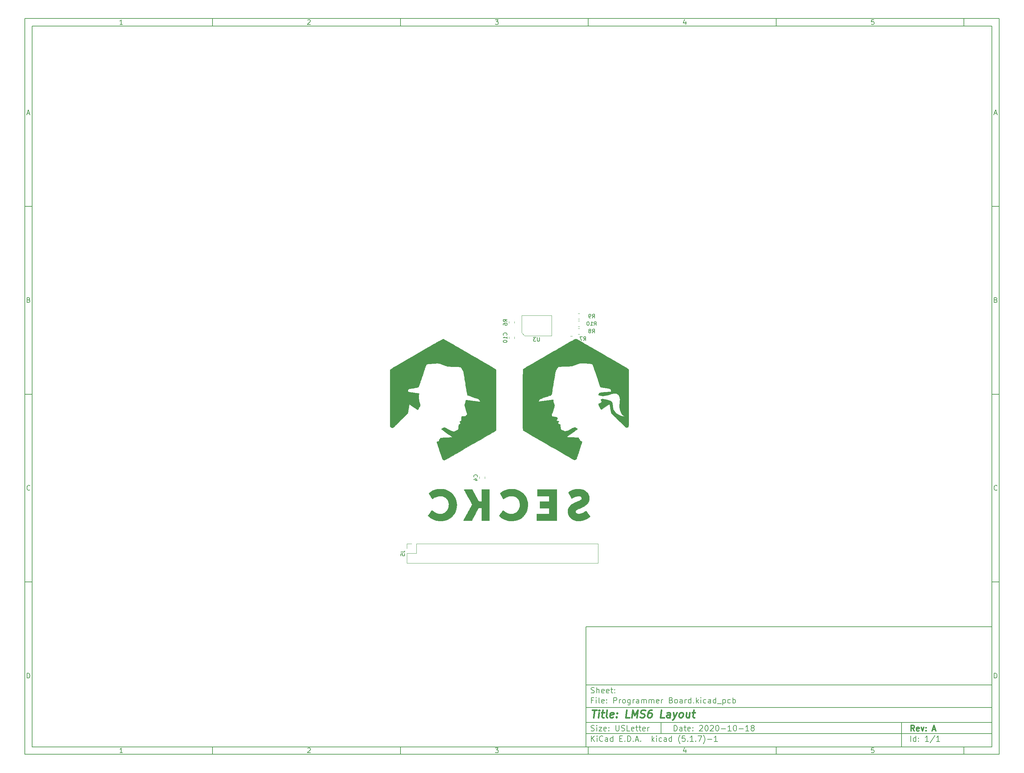
<source format=gbr>
%TF.GenerationSoftware,KiCad,Pcbnew,(5.1.7)-1*%
%TF.CreationDate,2020-10-18T16:10:08-05:00*%
%TF.ProjectId,Programmer Board,50726f67-7261-46d6-9d65-7220426f6172,A*%
%TF.SameCoordinates,Original*%
%TF.FileFunction,Legend,Bot*%
%TF.FilePolarity,Positive*%
%FSLAX46Y46*%
G04 Gerber Fmt 4.6, Leading zero omitted, Abs format (unit mm)*
G04 Created by KiCad (PCBNEW (5.1.7)-1) date 2020-10-18 16:10:08*
%MOMM*%
%LPD*%
G01*
G04 APERTURE LIST*
%ADD10C,0.100000*%
%ADD11C,0.150000*%
%ADD12C,0.300000*%
%ADD13C,0.400000*%
%ADD14C,0.010000*%
%ADD15C,0.120000*%
G04 APERTURE END LIST*
D10*
D11*
X159400000Y-171900000D02*
X159400000Y-203900000D01*
X267400000Y-203900000D01*
X267400000Y-171900000D01*
X159400000Y-171900000D01*
D10*
D11*
X10000000Y-10000000D02*
X10000000Y-205900000D01*
X269400000Y-205900000D01*
X269400000Y-10000000D01*
X10000000Y-10000000D01*
D10*
D11*
X12000000Y-12000000D02*
X12000000Y-203900000D01*
X267400000Y-203900000D01*
X267400000Y-12000000D01*
X12000000Y-12000000D01*
D10*
D11*
X60000000Y-12000000D02*
X60000000Y-10000000D01*
D10*
D11*
X110000000Y-12000000D02*
X110000000Y-10000000D01*
D10*
D11*
X160000000Y-12000000D02*
X160000000Y-10000000D01*
D10*
D11*
X210000000Y-12000000D02*
X210000000Y-10000000D01*
D10*
D11*
X260000000Y-12000000D02*
X260000000Y-10000000D01*
D10*
D11*
X36065476Y-11588095D02*
X35322619Y-11588095D01*
X35694047Y-11588095D02*
X35694047Y-10288095D01*
X35570238Y-10473809D01*
X35446428Y-10597619D01*
X35322619Y-10659523D01*
D10*
D11*
X85322619Y-10411904D02*
X85384523Y-10350000D01*
X85508333Y-10288095D01*
X85817857Y-10288095D01*
X85941666Y-10350000D01*
X86003571Y-10411904D01*
X86065476Y-10535714D01*
X86065476Y-10659523D01*
X86003571Y-10845238D01*
X85260714Y-11588095D01*
X86065476Y-11588095D01*
D10*
D11*
X135260714Y-10288095D02*
X136065476Y-10288095D01*
X135632142Y-10783333D01*
X135817857Y-10783333D01*
X135941666Y-10845238D01*
X136003571Y-10907142D01*
X136065476Y-11030952D01*
X136065476Y-11340476D01*
X136003571Y-11464285D01*
X135941666Y-11526190D01*
X135817857Y-11588095D01*
X135446428Y-11588095D01*
X135322619Y-11526190D01*
X135260714Y-11464285D01*
D10*
D11*
X185941666Y-10721428D02*
X185941666Y-11588095D01*
X185632142Y-10226190D02*
X185322619Y-11154761D01*
X186127380Y-11154761D01*
D10*
D11*
X236003571Y-10288095D02*
X235384523Y-10288095D01*
X235322619Y-10907142D01*
X235384523Y-10845238D01*
X235508333Y-10783333D01*
X235817857Y-10783333D01*
X235941666Y-10845238D01*
X236003571Y-10907142D01*
X236065476Y-11030952D01*
X236065476Y-11340476D01*
X236003571Y-11464285D01*
X235941666Y-11526190D01*
X235817857Y-11588095D01*
X235508333Y-11588095D01*
X235384523Y-11526190D01*
X235322619Y-11464285D01*
D10*
D11*
X60000000Y-203900000D02*
X60000000Y-205900000D01*
D10*
D11*
X110000000Y-203900000D02*
X110000000Y-205900000D01*
D10*
D11*
X160000000Y-203900000D02*
X160000000Y-205900000D01*
D10*
D11*
X210000000Y-203900000D02*
X210000000Y-205900000D01*
D10*
D11*
X260000000Y-203900000D02*
X260000000Y-205900000D01*
D10*
D11*
X36065476Y-205488095D02*
X35322619Y-205488095D01*
X35694047Y-205488095D02*
X35694047Y-204188095D01*
X35570238Y-204373809D01*
X35446428Y-204497619D01*
X35322619Y-204559523D01*
D10*
D11*
X85322619Y-204311904D02*
X85384523Y-204250000D01*
X85508333Y-204188095D01*
X85817857Y-204188095D01*
X85941666Y-204250000D01*
X86003571Y-204311904D01*
X86065476Y-204435714D01*
X86065476Y-204559523D01*
X86003571Y-204745238D01*
X85260714Y-205488095D01*
X86065476Y-205488095D01*
D10*
D11*
X135260714Y-204188095D02*
X136065476Y-204188095D01*
X135632142Y-204683333D01*
X135817857Y-204683333D01*
X135941666Y-204745238D01*
X136003571Y-204807142D01*
X136065476Y-204930952D01*
X136065476Y-205240476D01*
X136003571Y-205364285D01*
X135941666Y-205426190D01*
X135817857Y-205488095D01*
X135446428Y-205488095D01*
X135322619Y-205426190D01*
X135260714Y-205364285D01*
D10*
D11*
X185941666Y-204621428D02*
X185941666Y-205488095D01*
X185632142Y-204126190D02*
X185322619Y-205054761D01*
X186127380Y-205054761D01*
D10*
D11*
X236003571Y-204188095D02*
X235384523Y-204188095D01*
X235322619Y-204807142D01*
X235384523Y-204745238D01*
X235508333Y-204683333D01*
X235817857Y-204683333D01*
X235941666Y-204745238D01*
X236003571Y-204807142D01*
X236065476Y-204930952D01*
X236065476Y-205240476D01*
X236003571Y-205364285D01*
X235941666Y-205426190D01*
X235817857Y-205488095D01*
X235508333Y-205488095D01*
X235384523Y-205426190D01*
X235322619Y-205364285D01*
D10*
D11*
X10000000Y-60000000D02*
X12000000Y-60000000D01*
D10*
D11*
X10000000Y-110000000D02*
X12000000Y-110000000D01*
D10*
D11*
X10000000Y-160000000D02*
X12000000Y-160000000D01*
D10*
D11*
X10690476Y-35216666D02*
X11309523Y-35216666D01*
X10566666Y-35588095D02*
X11000000Y-34288095D01*
X11433333Y-35588095D01*
D10*
D11*
X11092857Y-84907142D02*
X11278571Y-84969047D01*
X11340476Y-85030952D01*
X11402380Y-85154761D01*
X11402380Y-85340476D01*
X11340476Y-85464285D01*
X11278571Y-85526190D01*
X11154761Y-85588095D01*
X10659523Y-85588095D01*
X10659523Y-84288095D01*
X11092857Y-84288095D01*
X11216666Y-84350000D01*
X11278571Y-84411904D01*
X11340476Y-84535714D01*
X11340476Y-84659523D01*
X11278571Y-84783333D01*
X11216666Y-84845238D01*
X11092857Y-84907142D01*
X10659523Y-84907142D01*
D10*
D11*
X11402380Y-135464285D02*
X11340476Y-135526190D01*
X11154761Y-135588095D01*
X11030952Y-135588095D01*
X10845238Y-135526190D01*
X10721428Y-135402380D01*
X10659523Y-135278571D01*
X10597619Y-135030952D01*
X10597619Y-134845238D01*
X10659523Y-134597619D01*
X10721428Y-134473809D01*
X10845238Y-134350000D01*
X11030952Y-134288095D01*
X11154761Y-134288095D01*
X11340476Y-134350000D01*
X11402380Y-134411904D01*
D10*
D11*
X10659523Y-185588095D02*
X10659523Y-184288095D01*
X10969047Y-184288095D01*
X11154761Y-184350000D01*
X11278571Y-184473809D01*
X11340476Y-184597619D01*
X11402380Y-184845238D01*
X11402380Y-185030952D01*
X11340476Y-185278571D01*
X11278571Y-185402380D01*
X11154761Y-185526190D01*
X10969047Y-185588095D01*
X10659523Y-185588095D01*
D10*
D11*
X269400000Y-60000000D02*
X267400000Y-60000000D01*
D10*
D11*
X269400000Y-110000000D02*
X267400000Y-110000000D01*
D10*
D11*
X269400000Y-160000000D02*
X267400000Y-160000000D01*
D10*
D11*
X268090476Y-35216666D02*
X268709523Y-35216666D01*
X267966666Y-35588095D02*
X268400000Y-34288095D01*
X268833333Y-35588095D01*
D10*
D11*
X268492857Y-84907142D02*
X268678571Y-84969047D01*
X268740476Y-85030952D01*
X268802380Y-85154761D01*
X268802380Y-85340476D01*
X268740476Y-85464285D01*
X268678571Y-85526190D01*
X268554761Y-85588095D01*
X268059523Y-85588095D01*
X268059523Y-84288095D01*
X268492857Y-84288095D01*
X268616666Y-84350000D01*
X268678571Y-84411904D01*
X268740476Y-84535714D01*
X268740476Y-84659523D01*
X268678571Y-84783333D01*
X268616666Y-84845238D01*
X268492857Y-84907142D01*
X268059523Y-84907142D01*
D10*
D11*
X268802380Y-135464285D02*
X268740476Y-135526190D01*
X268554761Y-135588095D01*
X268430952Y-135588095D01*
X268245238Y-135526190D01*
X268121428Y-135402380D01*
X268059523Y-135278571D01*
X267997619Y-135030952D01*
X267997619Y-134845238D01*
X268059523Y-134597619D01*
X268121428Y-134473809D01*
X268245238Y-134350000D01*
X268430952Y-134288095D01*
X268554761Y-134288095D01*
X268740476Y-134350000D01*
X268802380Y-134411904D01*
D10*
D11*
X268059523Y-185588095D02*
X268059523Y-184288095D01*
X268369047Y-184288095D01*
X268554761Y-184350000D01*
X268678571Y-184473809D01*
X268740476Y-184597619D01*
X268802380Y-184845238D01*
X268802380Y-185030952D01*
X268740476Y-185278571D01*
X268678571Y-185402380D01*
X268554761Y-185526190D01*
X268369047Y-185588095D01*
X268059523Y-185588095D01*
D10*
D11*
X182832142Y-199678571D02*
X182832142Y-198178571D01*
X183189285Y-198178571D01*
X183403571Y-198250000D01*
X183546428Y-198392857D01*
X183617857Y-198535714D01*
X183689285Y-198821428D01*
X183689285Y-199035714D01*
X183617857Y-199321428D01*
X183546428Y-199464285D01*
X183403571Y-199607142D01*
X183189285Y-199678571D01*
X182832142Y-199678571D01*
X184975000Y-199678571D02*
X184975000Y-198892857D01*
X184903571Y-198750000D01*
X184760714Y-198678571D01*
X184475000Y-198678571D01*
X184332142Y-198750000D01*
X184975000Y-199607142D02*
X184832142Y-199678571D01*
X184475000Y-199678571D01*
X184332142Y-199607142D01*
X184260714Y-199464285D01*
X184260714Y-199321428D01*
X184332142Y-199178571D01*
X184475000Y-199107142D01*
X184832142Y-199107142D01*
X184975000Y-199035714D01*
X185475000Y-198678571D02*
X186046428Y-198678571D01*
X185689285Y-198178571D02*
X185689285Y-199464285D01*
X185760714Y-199607142D01*
X185903571Y-199678571D01*
X186046428Y-199678571D01*
X187117857Y-199607142D02*
X186975000Y-199678571D01*
X186689285Y-199678571D01*
X186546428Y-199607142D01*
X186475000Y-199464285D01*
X186475000Y-198892857D01*
X186546428Y-198750000D01*
X186689285Y-198678571D01*
X186975000Y-198678571D01*
X187117857Y-198750000D01*
X187189285Y-198892857D01*
X187189285Y-199035714D01*
X186475000Y-199178571D01*
X187832142Y-199535714D02*
X187903571Y-199607142D01*
X187832142Y-199678571D01*
X187760714Y-199607142D01*
X187832142Y-199535714D01*
X187832142Y-199678571D01*
X187832142Y-198750000D02*
X187903571Y-198821428D01*
X187832142Y-198892857D01*
X187760714Y-198821428D01*
X187832142Y-198750000D01*
X187832142Y-198892857D01*
X189617857Y-198321428D02*
X189689285Y-198250000D01*
X189832142Y-198178571D01*
X190189285Y-198178571D01*
X190332142Y-198250000D01*
X190403571Y-198321428D01*
X190475000Y-198464285D01*
X190475000Y-198607142D01*
X190403571Y-198821428D01*
X189546428Y-199678571D01*
X190475000Y-199678571D01*
X191403571Y-198178571D02*
X191546428Y-198178571D01*
X191689285Y-198250000D01*
X191760714Y-198321428D01*
X191832142Y-198464285D01*
X191903571Y-198750000D01*
X191903571Y-199107142D01*
X191832142Y-199392857D01*
X191760714Y-199535714D01*
X191689285Y-199607142D01*
X191546428Y-199678571D01*
X191403571Y-199678571D01*
X191260714Y-199607142D01*
X191189285Y-199535714D01*
X191117857Y-199392857D01*
X191046428Y-199107142D01*
X191046428Y-198750000D01*
X191117857Y-198464285D01*
X191189285Y-198321428D01*
X191260714Y-198250000D01*
X191403571Y-198178571D01*
X192475000Y-198321428D02*
X192546428Y-198250000D01*
X192689285Y-198178571D01*
X193046428Y-198178571D01*
X193189285Y-198250000D01*
X193260714Y-198321428D01*
X193332142Y-198464285D01*
X193332142Y-198607142D01*
X193260714Y-198821428D01*
X192403571Y-199678571D01*
X193332142Y-199678571D01*
X194260714Y-198178571D02*
X194403571Y-198178571D01*
X194546428Y-198250000D01*
X194617857Y-198321428D01*
X194689285Y-198464285D01*
X194760714Y-198750000D01*
X194760714Y-199107142D01*
X194689285Y-199392857D01*
X194617857Y-199535714D01*
X194546428Y-199607142D01*
X194403571Y-199678571D01*
X194260714Y-199678571D01*
X194117857Y-199607142D01*
X194046428Y-199535714D01*
X193975000Y-199392857D01*
X193903571Y-199107142D01*
X193903571Y-198750000D01*
X193975000Y-198464285D01*
X194046428Y-198321428D01*
X194117857Y-198250000D01*
X194260714Y-198178571D01*
X195403571Y-199107142D02*
X196546428Y-199107142D01*
X198046428Y-199678571D02*
X197189285Y-199678571D01*
X197617857Y-199678571D02*
X197617857Y-198178571D01*
X197475000Y-198392857D01*
X197332142Y-198535714D01*
X197189285Y-198607142D01*
X198975000Y-198178571D02*
X199117857Y-198178571D01*
X199260714Y-198250000D01*
X199332142Y-198321428D01*
X199403571Y-198464285D01*
X199475000Y-198750000D01*
X199475000Y-199107142D01*
X199403571Y-199392857D01*
X199332142Y-199535714D01*
X199260714Y-199607142D01*
X199117857Y-199678571D01*
X198975000Y-199678571D01*
X198832142Y-199607142D01*
X198760714Y-199535714D01*
X198689285Y-199392857D01*
X198617857Y-199107142D01*
X198617857Y-198750000D01*
X198689285Y-198464285D01*
X198760714Y-198321428D01*
X198832142Y-198250000D01*
X198975000Y-198178571D01*
X200117857Y-199107142D02*
X201260714Y-199107142D01*
X202760714Y-199678571D02*
X201903571Y-199678571D01*
X202332142Y-199678571D02*
X202332142Y-198178571D01*
X202189285Y-198392857D01*
X202046428Y-198535714D01*
X201903571Y-198607142D01*
X203617857Y-198821428D02*
X203475000Y-198750000D01*
X203403571Y-198678571D01*
X203332142Y-198535714D01*
X203332142Y-198464285D01*
X203403571Y-198321428D01*
X203475000Y-198250000D01*
X203617857Y-198178571D01*
X203903571Y-198178571D01*
X204046428Y-198250000D01*
X204117857Y-198321428D01*
X204189285Y-198464285D01*
X204189285Y-198535714D01*
X204117857Y-198678571D01*
X204046428Y-198750000D01*
X203903571Y-198821428D01*
X203617857Y-198821428D01*
X203475000Y-198892857D01*
X203403571Y-198964285D01*
X203332142Y-199107142D01*
X203332142Y-199392857D01*
X203403571Y-199535714D01*
X203475000Y-199607142D01*
X203617857Y-199678571D01*
X203903571Y-199678571D01*
X204046428Y-199607142D01*
X204117857Y-199535714D01*
X204189285Y-199392857D01*
X204189285Y-199107142D01*
X204117857Y-198964285D01*
X204046428Y-198892857D01*
X203903571Y-198821428D01*
D10*
D11*
X159400000Y-200400000D02*
X267400000Y-200400000D01*
D10*
D11*
X160832142Y-202478571D02*
X160832142Y-200978571D01*
X161689285Y-202478571D02*
X161046428Y-201621428D01*
X161689285Y-200978571D02*
X160832142Y-201835714D01*
X162332142Y-202478571D02*
X162332142Y-201478571D01*
X162332142Y-200978571D02*
X162260714Y-201050000D01*
X162332142Y-201121428D01*
X162403571Y-201050000D01*
X162332142Y-200978571D01*
X162332142Y-201121428D01*
X163903571Y-202335714D02*
X163832142Y-202407142D01*
X163617857Y-202478571D01*
X163475000Y-202478571D01*
X163260714Y-202407142D01*
X163117857Y-202264285D01*
X163046428Y-202121428D01*
X162975000Y-201835714D01*
X162975000Y-201621428D01*
X163046428Y-201335714D01*
X163117857Y-201192857D01*
X163260714Y-201050000D01*
X163475000Y-200978571D01*
X163617857Y-200978571D01*
X163832142Y-201050000D01*
X163903571Y-201121428D01*
X165189285Y-202478571D02*
X165189285Y-201692857D01*
X165117857Y-201550000D01*
X164975000Y-201478571D01*
X164689285Y-201478571D01*
X164546428Y-201550000D01*
X165189285Y-202407142D02*
X165046428Y-202478571D01*
X164689285Y-202478571D01*
X164546428Y-202407142D01*
X164475000Y-202264285D01*
X164475000Y-202121428D01*
X164546428Y-201978571D01*
X164689285Y-201907142D01*
X165046428Y-201907142D01*
X165189285Y-201835714D01*
X166546428Y-202478571D02*
X166546428Y-200978571D01*
X166546428Y-202407142D02*
X166403571Y-202478571D01*
X166117857Y-202478571D01*
X165975000Y-202407142D01*
X165903571Y-202335714D01*
X165832142Y-202192857D01*
X165832142Y-201764285D01*
X165903571Y-201621428D01*
X165975000Y-201550000D01*
X166117857Y-201478571D01*
X166403571Y-201478571D01*
X166546428Y-201550000D01*
X168403571Y-201692857D02*
X168903571Y-201692857D01*
X169117857Y-202478571D02*
X168403571Y-202478571D01*
X168403571Y-200978571D01*
X169117857Y-200978571D01*
X169760714Y-202335714D02*
X169832142Y-202407142D01*
X169760714Y-202478571D01*
X169689285Y-202407142D01*
X169760714Y-202335714D01*
X169760714Y-202478571D01*
X170475000Y-202478571D02*
X170475000Y-200978571D01*
X170832142Y-200978571D01*
X171046428Y-201050000D01*
X171189285Y-201192857D01*
X171260714Y-201335714D01*
X171332142Y-201621428D01*
X171332142Y-201835714D01*
X171260714Y-202121428D01*
X171189285Y-202264285D01*
X171046428Y-202407142D01*
X170832142Y-202478571D01*
X170475000Y-202478571D01*
X171975000Y-202335714D02*
X172046428Y-202407142D01*
X171975000Y-202478571D01*
X171903571Y-202407142D01*
X171975000Y-202335714D01*
X171975000Y-202478571D01*
X172617857Y-202050000D02*
X173332142Y-202050000D01*
X172475000Y-202478571D02*
X172975000Y-200978571D01*
X173475000Y-202478571D01*
X173975000Y-202335714D02*
X174046428Y-202407142D01*
X173975000Y-202478571D01*
X173903571Y-202407142D01*
X173975000Y-202335714D01*
X173975000Y-202478571D01*
X176975000Y-202478571D02*
X176975000Y-200978571D01*
X177117857Y-201907142D02*
X177546428Y-202478571D01*
X177546428Y-201478571D02*
X176975000Y-202050000D01*
X178189285Y-202478571D02*
X178189285Y-201478571D01*
X178189285Y-200978571D02*
X178117857Y-201050000D01*
X178189285Y-201121428D01*
X178260714Y-201050000D01*
X178189285Y-200978571D01*
X178189285Y-201121428D01*
X179546428Y-202407142D02*
X179403571Y-202478571D01*
X179117857Y-202478571D01*
X178975000Y-202407142D01*
X178903571Y-202335714D01*
X178832142Y-202192857D01*
X178832142Y-201764285D01*
X178903571Y-201621428D01*
X178975000Y-201550000D01*
X179117857Y-201478571D01*
X179403571Y-201478571D01*
X179546428Y-201550000D01*
X180832142Y-202478571D02*
X180832142Y-201692857D01*
X180760714Y-201550000D01*
X180617857Y-201478571D01*
X180332142Y-201478571D01*
X180189285Y-201550000D01*
X180832142Y-202407142D02*
X180689285Y-202478571D01*
X180332142Y-202478571D01*
X180189285Y-202407142D01*
X180117857Y-202264285D01*
X180117857Y-202121428D01*
X180189285Y-201978571D01*
X180332142Y-201907142D01*
X180689285Y-201907142D01*
X180832142Y-201835714D01*
X182189285Y-202478571D02*
X182189285Y-200978571D01*
X182189285Y-202407142D02*
X182046428Y-202478571D01*
X181760714Y-202478571D01*
X181617857Y-202407142D01*
X181546428Y-202335714D01*
X181475000Y-202192857D01*
X181475000Y-201764285D01*
X181546428Y-201621428D01*
X181617857Y-201550000D01*
X181760714Y-201478571D01*
X182046428Y-201478571D01*
X182189285Y-201550000D01*
X184475000Y-203050000D02*
X184403571Y-202978571D01*
X184260714Y-202764285D01*
X184189285Y-202621428D01*
X184117857Y-202407142D01*
X184046428Y-202050000D01*
X184046428Y-201764285D01*
X184117857Y-201407142D01*
X184189285Y-201192857D01*
X184260714Y-201050000D01*
X184403571Y-200835714D01*
X184475000Y-200764285D01*
X185760714Y-200978571D02*
X185046428Y-200978571D01*
X184975000Y-201692857D01*
X185046428Y-201621428D01*
X185189285Y-201550000D01*
X185546428Y-201550000D01*
X185689285Y-201621428D01*
X185760714Y-201692857D01*
X185832142Y-201835714D01*
X185832142Y-202192857D01*
X185760714Y-202335714D01*
X185689285Y-202407142D01*
X185546428Y-202478571D01*
X185189285Y-202478571D01*
X185046428Y-202407142D01*
X184975000Y-202335714D01*
X186475000Y-202335714D02*
X186546428Y-202407142D01*
X186475000Y-202478571D01*
X186403571Y-202407142D01*
X186475000Y-202335714D01*
X186475000Y-202478571D01*
X187975000Y-202478571D02*
X187117857Y-202478571D01*
X187546428Y-202478571D02*
X187546428Y-200978571D01*
X187403571Y-201192857D01*
X187260714Y-201335714D01*
X187117857Y-201407142D01*
X188617857Y-202335714D02*
X188689285Y-202407142D01*
X188617857Y-202478571D01*
X188546428Y-202407142D01*
X188617857Y-202335714D01*
X188617857Y-202478571D01*
X189189285Y-200978571D02*
X190189285Y-200978571D01*
X189546428Y-202478571D01*
X190617857Y-203050000D02*
X190689285Y-202978571D01*
X190832142Y-202764285D01*
X190903571Y-202621428D01*
X190975000Y-202407142D01*
X191046428Y-202050000D01*
X191046428Y-201764285D01*
X190975000Y-201407142D01*
X190903571Y-201192857D01*
X190832142Y-201050000D01*
X190689285Y-200835714D01*
X190617857Y-200764285D01*
X191760714Y-201907142D02*
X192903571Y-201907142D01*
X194403571Y-202478571D02*
X193546428Y-202478571D01*
X193975000Y-202478571D02*
X193975000Y-200978571D01*
X193832142Y-201192857D01*
X193689285Y-201335714D01*
X193546428Y-201407142D01*
D10*
D11*
X159400000Y-197400000D02*
X267400000Y-197400000D01*
D10*
D12*
X246809285Y-199678571D02*
X246309285Y-198964285D01*
X245952142Y-199678571D02*
X245952142Y-198178571D01*
X246523571Y-198178571D01*
X246666428Y-198250000D01*
X246737857Y-198321428D01*
X246809285Y-198464285D01*
X246809285Y-198678571D01*
X246737857Y-198821428D01*
X246666428Y-198892857D01*
X246523571Y-198964285D01*
X245952142Y-198964285D01*
X248023571Y-199607142D02*
X247880714Y-199678571D01*
X247595000Y-199678571D01*
X247452142Y-199607142D01*
X247380714Y-199464285D01*
X247380714Y-198892857D01*
X247452142Y-198750000D01*
X247595000Y-198678571D01*
X247880714Y-198678571D01*
X248023571Y-198750000D01*
X248095000Y-198892857D01*
X248095000Y-199035714D01*
X247380714Y-199178571D01*
X248595000Y-198678571D02*
X248952142Y-199678571D01*
X249309285Y-198678571D01*
X249880714Y-199535714D02*
X249952142Y-199607142D01*
X249880714Y-199678571D01*
X249809285Y-199607142D01*
X249880714Y-199535714D01*
X249880714Y-199678571D01*
X249880714Y-198750000D02*
X249952142Y-198821428D01*
X249880714Y-198892857D01*
X249809285Y-198821428D01*
X249880714Y-198750000D01*
X249880714Y-198892857D01*
X251666428Y-199250000D02*
X252380714Y-199250000D01*
X251523571Y-199678571D02*
X252023571Y-198178571D01*
X252523571Y-199678571D01*
D10*
D11*
X160760714Y-199607142D02*
X160975000Y-199678571D01*
X161332142Y-199678571D01*
X161475000Y-199607142D01*
X161546428Y-199535714D01*
X161617857Y-199392857D01*
X161617857Y-199250000D01*
X161546428Y-199107142D01*
X161475000Y-199035714D01*
X161332142Y-198964285D01*
X161046428Y-198892857D01*
X160903571Y-198821428D01*
X160832142Y-198750000D01*
X160760714Y-198607142D01*
X160760714Y-198464285D01*
X160832142Y-198321428D01*
X160903571Y-198250000D01*
X161046428Y-198178571D01*
X161403571Y-198178571D01*
X161617857Y-198250000D01*
X162260714Y-199678571D02*
X162260714Y-198678571D01*
X162260714Y-198178571D02*
X162189285Y-198250000D01*
X162260714Y-198321428D01*
X162332142Y-198250000D01*
X162260714Y-198178571D01*
X162260714Y-198321428D01*
X162832142Y-198678571D02*
X163617857Y-198678571D01*
X162832142Y-199678571D01*
X163617857Y-199678571D01*
X164760714Y-199607142D02*
X164617857Y-199678571D01*
X164332142Y-199678571D01*
X164189285Y-199607142D01*
X164117857Y-199464285D01*
X164117857Y-198892857D01*
X164189285Y-198750000D01*
X164332142Y-198678571D01*
X164617857Y-198678571D01*
X164760714Y-198750000D01*
X164832142Y-198892857D01*
X164832142Y-199035714D01*
X164117857Y-199178571D01*
X165475000Y-199535714D02*
X165546428Y-199607142D01*
X165475000Y-199678571D01*
X165403571Y-199607142D01*
X165475000Y-199535714D01*
X165475000Y-199678571D01*
X165475000Y-198750000D02*
X165546428Y-198821428D01*
X165475000Y-198892857D01*
X165403571Y-198821428D01*
X165475000Y-198750000D01*
X165475000Y-198892857D01*
X167332142Y-198178571D02*
X167332142Y-199392857D01*
X167403571Y-199535714D01*
X167475000Y-199607142D01*
X167617857Y-199678571D01*
X167903571Y-199678571D01*
X168046428Y-199607142D01*
X168117857Y-199535714D01*
X168189285Y-199392857D01*
X168189285Y-198178571D01*
X168832142Y-199607142D02*
X169046428Y-199678571D01*
X169403571Y-199678571D01*
X169546428Y-199607142D01*
X169617857Y-199535714D01*
X169689285Y-199392857D01*
X169689285Y-199250000D01*
X169617857Y-199107142D01*
X169546428Y-199035714D01*
X169403571Y-198964285D01*
X169117857Y-198892857D01*
X168975000Y-198821428D01*
X168903571Y-198750000D01*
X168832142Y-198607142D01*
X168832142Y-198464285D01*
X168903571Y-198321428D01*
X168975000Y-198250000D01*
X169117857Y-198178571D01*
X169475000Y-198178571D01*
X169689285Y-198250000D01*
X171046428Y-199678571D02*
X170332142Y-199678571D01*
X170332142Y-198178571D01*
X172117857Y-199607142D02*
X171975000Y-199678571D01*
X171689285Y-199678571D01*
X171546428Y-199607142D01*
X171475000Y-199464285D01*
X171475000Y-198892857D01*
X171546428Y-198750000D01*
X171689285Y-198678571D01*
X171975000Y-198678571D01*
X172117857Y-198750000D01*
X172189285Y-198892857D01*
X172189285Y-199035714D01*
X171475000Y-199178571D01*
X172617857Y-198678571D02*
X173189285Y-198678571D01*
X172832142Y-198178571D02*
X172832142Y-199464285D01*
X172903571Y-199607142D01*
X173046428Y-199678571D01*
X173189285Y-199678571D01*
X173475000Y-198678571D02*
X174046428Y-198678571D01*
X173689285Y-198178571D02*
X173689285Y-199464285D01*
X173760714Y-199607142D01*
X173903571Y-199678571D01*
X174046428Y-199678571D01*
X175117857Y-199607142D02*
X174975000Y-199678571D01*
X174689285Y-199678571D01*
X174546428Y-199607142D01*
X174475000Y-199464285D01*
X174475000Y-198892857D01*
X174546428Y-198750000D01*
X174689285Y-198678571D01*
X174975000Y-198678571D01*
X175117857Y-198750000D01*
X175189285Y-198892857D01*
X175189285Y-199035714D01*
X174475000Y-199178571D01*
X175832142Y-199678571D02*
X175832142Y-198678571D01*
X175832142Y-198964285D02*
X175903571Y-198821428D01*
X175975000Y-198750000D01*
X176117857Y-198678571D01*
X176260714Y-198678571D01*
D10*
D11*
X245832142Y-202478571D02*
X245832142Y-200978571D01*
X247189285Y-202478571D02*
X247189285Y-200978571D01*
X247189285Y-202407142D02*
X247046428Y-202478571D01*
X246760714Y-202478571D01*
X246617857Y-202407142D01*
X246546428Y-202335714D01*
X246475000Y-202192857D01*
X246475000Y-201764285D01*
X246546428Y-201621428D01*
X246617857Y-201550000D01*
X246760714Y-201478571D01*
X247046428Y-201478571D01*
X247189285Y-201550000D01*
X247903571Y-202335714D02*
X247975000Y-202407142D01*
X247903571Y-202478571D01*
X247832142Y-202407142D01*
X247903571Y-202335714D01*
X247903571Y-202478571D01*
X247903571Y-201550000D02*
X247975000Y-201621428D01*
X247903571Y-201692857D01*
X247832142Y-201621428D01*
X247903571Y-201550000D01*
X247903571Y-201692857D01*
X250546428Y-202478571D02*
X249689285Y-202478571D01*
X250117857Y-202478571D02*
X250117857Y-200978571D01*
X249975000Y-201192857D01*
X249832142Y-201335714D01*
X249689285Y-201407142D01*
X252260714Y-200907142D02*
X250975000Y-202835714D01*
X253546428Y-202478571D02*
X252689285Y-202478571D01*
X253117857Y-202478571D02*
X253117857Y-200978571D01*
X252975000Y-201192857D01*
X252832142Y-201335714D01*
X252689285Y-201407142D01*
D10*
D11*
X159400000Y-193400000D02*
X267400000Y-193400000D01*
D10*
D13*
X161112380Y-194104761D02*
X162255238Y-194104761D01*
X161433809Y-196104761D02*
X161683809Y-194104761D01*
X162671904Y-196104761D02*
X162838571Y-194771428D01*
X162921904Y-194104761D02*
X162814761Y-194200000D01*
X162898095Y-194295238D01*
X163005238Y-194200000D01*
X162921904Y-194104761D01*
X162898095Y-194295238D01*
X163505238Y-194771428D02*
X164267142Y-194771428D01*
X163874285Y-194104761D02*
X163660000Y-195819047D01*
X163731428Y-196009523D01*
X163910000Y-196104761D01*
X164100476Y-196104761D01*
X165052857Y-196104761D02*
X164874285Y-196009523D01*
X164802857Y-195819047D01*
X165017142Y-194104761D01*
X166588571Y-196009523D02*
X166386190Y-196104761D01*
X166005238Y-196104761D01*
X165826666Y-196009523D01*
X165755238Y-195819047D01*
X165850476Y-195057142D01*
X165969523Y-194866666D01*
X166171904Y-194771428D01*
X166552857Y-194771428D01*
X166731428Y-194866666D01*
X166802857Y-195057142D01*
X166779047Y-195247619D01*
X165802857Y-195438095D01*
X167552857Y-195914285D02*
X167636190Y-196009523D01*
X167529047Y-196104761D01*
X167445714Y-196009523D01*
X167552857Y-195914285D01*
X167529047Y-196104761D01*
X167683809Y-194866666D02*
X167767142Y-194961904D01*
X167660000Y-195057142D01*
X167576666Y-194961904D01*
X167683809Y-194866666D01*
X167660000Y-195057142D01*
X170957619Y-196104761D02*
X170005238Y-196104761D01*
X170255238Y-194104761D01*
X171624285Y-196104761D02*
X171874285Y-194104761D01*
X172362380Y-195533333D01*
X173207619Y-194104761D01*
X172957619Y-196104761D01*
X173826666Y-196009523D02*
X174100476Y-196104761D01*
X174576666Y-196104761D01*
X174779047Y-196009523D01*
X174886190Y-195914285D01*
X175005238Y-195723809D01*
X175029047Y-195533333D01*
X174957619Y-195342857D01*
X174874285Y-195247619D01*
X174695714Y-195152380D01*
X174326666Y-195057142D01*
X174148095Y-194961904D01*
X174064761Y-194866666D01*
X173993333Y-194676190D01*
X174017142Y-194485714D01*
X174136190Y-194295238D01*
X174243333Y-194200000D01*
X174445714Y-194104761D01*
X174921904Y-194104761D01*
X175195714Y-194200000D01*
X176921904Y-194104761D02*
X176540952Y-194104761D01*
X176338571Y-194200000D01*
X176231428Y-194295238D01*
X176005238Y-194580952D01*
X175862380Y-194961904D01*
X175767142Y-195723809D01*
X175838571Y-195914285D01*
X175921904Y-196009523D01*
X176100476Y-196104761D01*
X176481428Y-196104761D01*
X176683809Y-196009523D01*
X176790952Y-195914285D01*
X176910000Y-195723809D01*
X176969523Y-195247619D01*
X176898095Y-195057142D01*
X176814761Y-194961904D01*
X176636190Y-194866666D01*
X176255238Y-194866666D01*
X176052857Y-194961904D01*
X175945714Y-195057142D01*
X175826666Y-195247619D01*
X180195714Y-196104761D02*
X179243333Y-196104761D01*
X179493333Y-194104761D01*
X181719523Y-196104761D02*
X181850476Y-195057142D01*
X181779047Y-194866666D01*
X181600476Y-194771428D01*
X181219523Y-194771428D01*
X181017142Y-194866666D01*
X181731428Y-196009523D02*
X181529047Y-196104761D01*
X181052857Y-196104761D01*
X180874285Y-196009523D01*
X180802857Y-195819047D01*
X180826666Y-195628571D01*
X180945714Y-195438095D01*
X181148095Y-195342857D01*
X181624285Y-195342857D01*
X181826666Y-195247619D01*
X182648095Y-194771428D02*
X182957619Y-196104761D01*
X183600476Y-194771428D02*
X182957619Y-196104761D01*
X182707619Y-196580952D01*
X182600476Y-196676190D01*
X182398095Y-196771428D01*
X184481428Y-196104761D02*
X184302857Y-196009523D01*
X184219523Y-195914285D01*
X184148095Y-195723809D01*
X184219523Y-195152380D01*
X184338571Y-194961904D01*
X184445714Y-194866666D01*
X184648095Y-194771428D01*
X184933809Y-194771428D01*
X185112380Y-194866666D01*
X185195714Y-194961904D01*
X185267142Y-195152380D01*
X185195714Y-195723809D01*
X185076666Y-195914285D01*
X184969523Y-196009523D01*
X184767142Y-196104761D01*
X184481428Y-196104761D01*
X187029047Y-194771428D02*
X186862380Y-196104761D01*
X186171904Y-194771428D02*
X186040952Y-195819047D01*
X186112380Y-196009523D01*
X186290952Y-196104761D01*
X186576666Y-196104761D01*
X186779047Y-196009523D01*
X186886190Y-195914285D01*
X187695714Y-194771428D02*
X188457619Y-194771428D01*
X188064761Y-194104761D02*
X187850476Y-195819047D01*
X187921904Y-196009523D01*
X188100476Y-196104761D01*
X188290952Y-196104761D01*
D10*
D11*
X161332142Y-191492857D02*
X160832142Y-191492857D01*
X160832142Y-192278571D02*
X160832142Y-190778571D01*
X161546428Y-190778571D01*
X162117857Y-192278571D02*
X162117857Y-191278571D01*
X162117857Y-190778571D02*
X162046428Y-190850000D01*
X162117857Y-190921428D01*
X162189285Y-190850000D01*
X162117857Y-190778571D01*
X162117857Y-190921428D01*
X163046428Y-192278571D02*
X162903571Y-192207142D01*
X162832142Y-192064285D01*
X162832142Y-190778571D01*
X164189285Y-192207142D02*
X164046428Y-192278571D01*
X163760714Y-192278571D01*
X163617857Y-192207142D01*
X163546428Y-192064285D01*
X163546428Y-191492857D01*
X163617857Y-191350000D01*
X163760714Y-191278571D01*
X164046428Y-191278571D01*
X164189285Y-191350000D01*
X164260714Y-191492857D01*
X164260714Y-191635714D01*
X163546428Y-191778571D01*
X164903571Y-192135714D02*
X164975000Y-192207142D01*
X164903571Y-192278571D01*
X164832142Y-192207142D01*
X164903571Y-192135714D01*
X164903571Y-192278571D01*
X164903571Y-191350000D02*
X164975000Y-191421428D01*
X164903571Y-191492857D01*
X164832142Y-191421428D01*
X164903571Y-191350000D01*
X164903571Y-191492857D01*
X166760714Y-192278571D02*
X166760714Y-190778571D01*
X167332142Y-190778571D01*
X167475000Y-190850000D01*
X167546428Y-190921428D01*
X167617857Y-191064285D01*
X167617857Y-191278571D01*
X167546428Y-191421428D01*
X167475000Y-191492857D01*
X167332142Y-191564285D01*
X166760714Y-191564285D01*
X168260714Y-192278571D02*
X168260714Y-191278571D01*
X168260714Y-191564285D02*
X168332142Y-191421428D01*
X168403571Y-191350000D01*
X168546428Y-191278571D01*
X168689285Y-191278571D01*
X169403571Y-192278571D02*
X169260714Y-192207142D01*
X169189285Y-192135714D01*
X169117857Y-191992857D01*
X169117857Y-191564285D01*
X169189285Y-191421428D01*
X169260714Y-191350000D01*
X169403571Y-191278571D01*
X169617857Y-191278571D01*
X169760714Y-191350000D01*
X169832142Y-191421428D01*
X169903571Y-191564285D01*
X169903571Y-191992857D01*
X169832142Y-192135714D01*
X169760714Y-192207142D01*
X169617857Y-192278571D01*
X169403571Y-192278571D01*
X171189285Y-191278571D02*
X171189285Y-192492857D01*
X171117857Y-192635714D01*
X171046428Y-192707142D01*
X170903571Y-192778571D01*
X170689285Y-192778571D01*
X170546428Y-192707142D01*
X171189285Y-192207142D02*
X171046428Y-192278571D01*
X170760714Y-192278571D01*
X170617857Y-192207142D01*
X170546428Y-192135714D01*
X170475000Y-191992857D01*
X170475000Y-191564285D01*
X170546428Y-191421428D01*
X170617857Y-191350000D01*
X170760714Y-191278571D01*
X171046428Y-191278571D01*
X171189285Y-191350000D01*
X171903571Y-192278571D02*
X171903571Y-191278571D01*
X171903571Y-191564285D02*
X171975000Y-191421428D01*
X172046428Y-191350000D01*
X172189285Y-191278571D01*
X172332142Y-191278571D01*
X173475000Y-192278571D02*
X173475000Y-191492857D01*
X173403571Y-191350000D01*
X173260714Y-191278571D01*
X172975000Y-191278571D01*
X172832142Y-191350000D01*
X173475000Y-192207142D02*
X173332142Y-192278571D01*
X172975000Y-192278571D01*
X172832142Y-192207142D01*
X172760714Y-192064285D01*
X172760714Y-191921428D01*
X172832142Y-191778571D01*
X172975000Y-191707142D01*
X173332142Y-191707142D01*
X173475000Y-191635714D01*
X174189285Y-192278571D02*
X174189285Y-191278571D01*
X174189285Y-191421428D02*
X174260714Y-191350000D01*
X174403571Y-191278571D01*
X174617857Y-191278571D01*
X174760714Y-191350000D01*
X174832142Y-191492857D01*
X174832142Y-192278571D01*
X174832142Y-191492857D02*
X174903571Y-191350000D01*
X175046428Y-191278571D01*
X175260714Y-191278571D01*
X175403571Y-191350000D01*
X175475000Y-191492857D01*
X175475000Y-192278571D01*
X176189285Y-192278571D02*
X176189285Y-191278571D01*
X176189285Y-191421428D02*
X176260714Y-191350000D01*
X176403571Y-191278571D01*
X176617857Y-191278571D01*
X176760714Y-191350000D01*
X176832142Y-191492857D01*
X176832142Y-192278571D01*
X176832142Y-191492857D02*
X176903571Y-191350000D01*
X177046428Y-191278571D01*
X177260714Y-191278571D01*
X177403571Y-191350000D01*
X177475000Y-191492857D01*
X177475000Y-192278571D01*
X178760714Y-192207142D02*
X178617857Y-192278571D01*
X178332142Y-192278571D01*
X178189285Y-192207142D01*
X178117857Y-192064285D01*
X178117857Y-191492857D01*
X178189285Y-191350000D01*
X178332142Y-191278571D01*
X178617857Y-191278571D01*
X178760714Y-191350000D01*
X178832142Y-191492857D01*
X178832142Y-191635714D01*
X178117857Y-191778571D01*
X179475000Y-192278571D02*
X179475000Y-191278571D01*
X179475000Y-191564285D02*
X179546428Y-191421428D01*
X179617857Y-191350000D01*
X179760714Y-191278571D01*
X179903571Y-191278571D01*
X182046428Y-191492857D02*
X182260714Y-191564285D01*
X182332142Y-191635714D01*
X182403571Y-191778571D01*
X182403571Y-191992857D01*
X182332142Y-192135714D01*
X182260714Y-192207142D01*
X182117857Y-192278571D01*
X181546428Y-192278571D01*
X181546428Y-190778571D01*
X182046428Y-190778571D01*
X182189285Y-190850000D01*
X182260714Y-190921428D01*
X182332142Y-191064285D01*
X182332142Y-191207142D01*
X182260714Y-191350000D01*
X182189285Y-191421428D01*
X182046428Y-191492857D01*
X181546428Y-191492857D01*
X183260714Y-192278571D02*
X183117857Y-192207142D01*
X183046428Y-192135714D01*
X182975000Y-191992857D01*
X182975000Y-191564285D01*
X183046428Y-191421428D01*
X183117857Y-191350000D01*
X183260714Y-191278571D01*
X183475000Y-191278571D01*
X183617857Y-191350000D01*
X183689285Y-191421428D01*
X183760714Y-191564285D01*
X183760714Y-191992857D01*
X183689285Y-192135714D01*
X183617857Y-192207142D01*
X183475000Y-192278571D01*
X183260714Y-192278571D01*
X185046428Y-192278571D02*
X185046428Y-191492857D01*
X184975000Y-191350000D01*
X184832142Y-191278571D01*
X184546428Y-191278571D01*
X184403571Y-191350000D01*
X185046428Y-192207142D02*
X184903571Y-192278571D01*
X184546428Y-192278571D01*
X184403571Y-192207142D01*
X184332142Y-192064285D01*
X184332142Y-191921428D01*
X184403571Y-191778571D01*
X184546428Y-191707142D01*
X184903571Y-191707142D01*
X185046428Y-191635714D01*
X185760714Y-192278571D02*
X185760714Y-191278571D01*
X185760714Y-191564285D02*
X185832142Y-191421428D01*
X185903571Y-191350000D01*
X186046428Y-191278571D01*
X186189285Y-191278571D01*
X187332142Y-192278571D02*
X187332142Y-190778571D01*
X187332142Y-192207142D02*
X187189285Y-192278571D01*
X186903571Y-192278571D01*
X186760714Y-192207142D01*
X186689285Y-192135714D01*
X186617857Y-191992857D01*
X186617857Y-191564285D01*
X186689285Y-191421428D01*
X186760714Y-191350000D01*
X186903571Y-191278571D01*
X187189285Y-191278571D01*
X187332142Y-191350000D01*
X188046428Y-192135714D02*
X188117857Y-192207142D01*
X188046428Y-192278571D01*
X187975000Y-192207142D01*
X188046428Y-192135714D01*
X188046428Y-192278571D01*
X188760714Y-192278571D02*
X188760714Y-190778571D01*
X188903571Y-191707142D02*
X189332142Y-192278571D01*
X189332142Y-191278571D02*
X188760714Y-191850000D01*
X189975000Y-192278571D02*
X189975000Y-191278571D01*
X189975000Y-190778571D02*
X189903571Y-190850000D01*
X189975000Y-190921428D01*
X190046428Y-190850000D01*
X189975000Y-190778571D01*
X189975000Y-190921428D01*
X191332142Y-192207142D02*
X191189285Y-192278571D01*
X190903571Y-192278571D01*
X190760714Y-192207142D01*
X190689285Y-192135714D01*
X190617857Y-191992857D01*
X190617857Y-191564285D01*
X190689285Y-191421428D01*
X190760714Y-191350000D01*
X190903571Y-191278571D01*
X191189285Y-191278571D01*
X191332142Y-191350000D01*
X192617857Y-192278571D02*
X192617857Y-191492857D01*
X192546428Y-191350000D01*
X192403571Y-191278571D01*
X192117857Y-191278571D01*
X191975000Y-191350000D01*
X192617857Y-192207142D02*
X192475000Y-192278571D01*
X192117857Y-192278571D01*
X191975000Y-192207142D01*
X191903571Y-192064285D01*
X191903571Y-191921428D01*
X191975000Y-191778571D01*
X192117857Y-191707142D01*
X192475000Y-191707142D01*
X192617857Y-191635714D01*
X193975000Y-192278571D02*
X193975000Y-190778571D01*
X193975000Y-192207142D02*
X193832142Y-192278571D01*
X193546428Y-192278571D01*
X193403571Y-192207142D01*
X193332142Y-192135714D01*
X193260714Y-191992857D01*
X193260714Y-191564285D01*
X193332142Y-191421428D01*
X193403571Y-191350000D01*
X193546428Y-191278571D01*
X193832142Y-191278571D01*
X193975000Y-191350000D01*
X194332142Y-192421428D02*
X195475000Y-192421428D01*
X195832142Y-191278571D02*
X195832142Y-192778571D01*
X195832142Y-191350000D02*
X195975000Y-191278571D01*
X196260714Y-191278571D01*
X196403571Y-191350000D01*
X196475000Y-191421428D01*
X196546428Y-191564285D01*
X196546428Y-191992857D01*
X196475000Y-192135714D01*
X196403571Y-192207142D01*
X196260714Y-192278571D01*
X195975000Y-192278571D01*
X195832142Y-192207142D01*
X197832142Y-192207142D02*
X197689285Y-192278571D01*
X197403571Y-192278571D01*
X197260714Y-192207142D01*
X197189285Y-192135714D01*
X197117857Y-191992857D01*
X197117857Y-191564285D01*
X197189285Y-191421428D01*
X197260714Y-191350000D01*
X197403571Y-191278571D01*
X197689285Y-191278571D01*
X197832142Y-191350000D01*
X198475000Y-192278571D02*
X198475000Y-190778571D01*
X198475000Y-191350000D02*
X198617857Y-191278571D01*
X198903571Y-191278571D01*
X199046428Y-191350000D01*
X199117857Y-191421428D01*
X199189285Y-191564285D01*
X199189285Y-191992857D01*
X199117857Y-192135714D01*
X199046428Y-192207142D01*
X198903571Y-192278571D01*
X198617857Y-192278571D01*
X198475000Y-192207142D01*
D10*
D11*
X159400000Y-187400000D02*
X267400000Y-187400000D01*
D10*
D11*
X160760714Y-189507142D02*
X160975000Y-189578571D01*
X161332142Y-189578571D01*
X161475000Y-189507142D01*
X161546428Y-189435714D01*
X161617857Y-189292857D01*
X161617857Y-189150000D01*
X161546428Y-189007142D01*
X161475000Y-188935714D01*
X161332142Y-188864285D01*
X161046428Y-188792857D01*
X160903571Y-188721428D01*
X160832142Y-188650000D01*
X160760714Y-188507142D01*
X160760714Y-188364285D01*
X160832142Y-188221428D01*
X160903571Y-188150000D01*
X161046428Y-188078571D01*
X161403571Y-188078571D01*
X161617857Y-188150000D01*
X162260714Y-189578571D02*
X162260714Y-188078571D01*
X162903571Y-189578571D02*
X162903571Y-188792857D01*
X162832142Y-188650000D01*
X162689285Y-188578571D01*
X162475000Y-188578571D01*
X162332142Y-188650000D01*
X162260714Y-188721428D01*
X164189285Y-189507142D02*
X164046428Y-189578571D01*
X163760714Y-189578571D01*
X163617857Y-189507142D01*
X163546428Y-189364285D01*
X163546428Y-188792857D01*
X163617857Y-188650000D01*
X163760714Y-188578571D01*
X164046428Y-188578571D01*
X164189285Y-188650000D01*
X164260714Y-188792857D01*
X164260714Y-188935714D01*
X163546428Y-189078571D01*
X165475000Y-189507142D02*
X165332142Y-189578571D01*
X165046428Y-189578571D01*
X164903571Y-189507142D01*
X164832142Y-189364285D01*
X164832142Y-188792857D01*
X164903571Y-188650000D01*
X165046428Y-188578571D01*
X165332142Y-188578571D01*
X165475000Y-188650000D01*
X165546428Y-188792857D01*
X165546428Y-188935714D01*
X164832142Y-189078571D01*
X165975000Y-188578571D02*
X166546428Y-188578571D01*
X166189285Y-188078571D02*
X166189285Y-189364285D01*
X166260714Y-189507142D01*
X166403571Y-189578571D01*
X166546428Y-189578571D01*
X167046428Y-189435714D02*
X167117857Y-189507142D01*
X167046428Y-189578571D01*
X166975000Y-189507142D01*
X167046428Y-189435714D01*
X167046428Y-189578571D01*
X167046428Y-188650000D02*
X167117857Y-188721428D01*
X167046428Y-188792857D01*
X166975000Y-188721428D01*
X167046428Y-188650000D01*
X167046428Y-188792857D01*
D10*
D11*
X179400000Y-197400000D02*
X179400000Y-200400000D01*
D10*
D11*
X243400000Y-197400000D02*
X243400000Y-203900000D01*
D14*
%TO.C,G\u002A\u002A\u002A*%
G36*
X157139834Y-135260373D02*
G01*
X156720746Y-135288581D01*
X156357810Y-135342356D01*
X156024853Y-135427490D01*
X155695701Y-135549773D01*
X155560360Y-135609868D01*
X155421554Y-135680269D01*
X155261017Y-135771245D01*
X155095159Y-135872211D01*
X154940390Y-135972584D01*
X154813119Y-136061780D01*
X154729756Y-136129213D01*
X154705667Y-136161142D01*
X154724280Y-136202886D01*
X154776380Y-136308643D01*
X154856363Y-136467323D01*
X154958621Y-136667837D01*
X155077550Y-136899097D01*
X155131631Y-137003709D01*
X155557595Y-137826413D01*
X155758893Y-137681795D01*
X156099205Y-137470847D01*
X156465852Y-137302861D01*
X156838387Y-137184722D01*
X157196359Y-137123319D01*
X157432690Y-137118058D01*
X157726373Y-137159779D01*
X157957333Y-137248776D01*
X158122065Y-137382416D01*
X158217063Y-137558065D01*
X158240500Y-137724825D01*
X158228396Y-137842181D01*
X158187173Y-137949029D01*
X158109466Y-138050585D01*
X157987908Y-138152065D01*
X157815135Y-138258686D01*
X157583781Y-138375666D01*
X157286480Y-138508220D01*
X156920602Y-138659652D01*
X156509206Y-138831330D01*
X156166909Y-138987528D01*
X155881281Y-139135594D01*
X155639888Y-139282877D01*
X155430299Y-139436723D01*
X155240082Y-139604482D01*
X155123336Y-139721945D01*
X154875159Y-140029599D01*
X154701704Y-140357442D01*
X154597304Y-140703452D01*
X154545949Y-141140847D01*
X154573957Y-141571489D01*
X154676055Y-141986467D01*
X154846968Y-142376868D01*
X155081422Y-142733778D01*
X155374141Y-143048287D01*
X155719851Y-143311481D01*
X156113277Y-143514448D01*
X156301389Y-143582775D01*
X156763618Y-143693972D01*
X157264734Y-143749687D01*
X157778443Y-143748470D01*
X158266970Y-143690972D01*
X158701382Y-143585177D01*
X159143388Y-143428024D01*
X159569779Y-143230220D01*
X159957345Y-143002472D01*
X160269672Y-142767050D01*
X160478510Y-142585529D01*
X159998782Y-141890681D01*
X159848152Y-141673336D01*
X159710712Y-141476580D01*
X159594881Y-141312340D01*
X159509075Y-141192543D01*
X159461713Y-141129116D01*
X159458896Y-141125723D01*
X159424256Y-141096270D01*
X159380240Y-141094268D01*
X159311055Y-141126133D01*
X159200908Y-141198282D01*
X159094185Y-141273890D01*
X158707719Y-141518141D01*
X158317519Y-141702661D01*
X157933901Y-141824649D01*
X157567180Y-141881307D01*
X157227674Y-141869833D01*
X157044861Y-141830137D01*
X156845566Y-141737625D01*
X156695308Y-141601443D01*
X156602411Y-141436696D01*
X156575194Y-141258489D01*
X156621980Y-141081926D01*
X156627184Y-141071971D01*
X156692645Y-140979146D01*
X156793341Y-140885313D01*
X156937534Y-140785566D01*
X157133486Y-140675002D01*
X157389461Y-140548716D01*
X157713721Y-140401804D01*
X157873360Y-140332296D01*
X158367618Y-140109636D01*
X158786710Y-139898662D01*
X159138245Y-139693254D01*
X159429829Y-139487294D01*
X159669071Y-139274663D01*
X159863579Y-139049242D01*
X160020960Y-138804912D01*
X160148822Y-138535554D01*
X160168299Y-138486500D01*
X160229220Y-138261092D01*
X160264642Y-137984392D01*
X160274087Y-137685996D01*
X160257074Y-137395500D01*
X160213124Y-137142498D01*
X160191305Y-137068334D01*
X160017760Y-136653316D01*
X159794975Y-136300063D01*
X159513984Y-135995863D01*
X159324552Y-135839708D01*
X158969071Y-135609477D01*
X158589883Y-135439221D01*
X158175723Y-135325951D01*
X157715325Y-135266682D01*
X157197422Y-135258424D01*
X157139834Y-135260373D01*
G37*
X157139834Y-135260373D02*
X156720746Y-135288581D01*
X156357810Y-135342356D01*
X156024853Y-135427490D01*
X155695701Y-135549773D01*
X155560360Y-135609868D01*
X155421554Y-135680269D01*
X155261017Y-135771245D01*
X155095159Y-135872211D01*
X154940390Y-135972584D01*
X154813119Y-136061780D01*
X154729756Y-136129213D01*
X154705667Y-136161142D01*
X154724280Y-136202886D01*
X154776380Y-136308643D01*
X154856363Y-136467323D01*
X154958621Y-136667837D01*
X155077550Y-136899097D01*
X155131631Y-137003709D01*
X155557595Y-137826413D01*
X155758893Y-137681795D01*
X156099205Y-137470847D01*
X156465852Y-137302861D01*
X156838387Y-137184722D01*
X157196359Y-137123319D01*
X157432690Y-137118058D01*
X157726373Y-137159779D01*
X157957333Y-137248776D01*
X158122065Y-137382416D01*
X158217063Y-137558065D01*
X158240500Y-137724825D01*
X158228396Y-137842181D01*
X158187173Y-137949029D01*
X158109466Y-138050585D01*
X157987908Y-138152065D01*
X157815135Y-138258686D01*
X157583781Y-138375666D01*
X157286480Y-138508220D01*
X156920602Y-138659652D01*
X156509206Y-138831330D01*
X156166909Y-138987528D01*
X155881281Y-139135594D01*
X155639888Y-139282877D01*
X155430299Y-139436723D01*
X155240082Y-139604482D01*
X155123336Y-139721945D01*
X154875159Y-140029599D01*
X154701704Y-140357442D01*
X154597304Y-140703452D01*
X154545949Y-141140847D01*
X154573957Y-141571489D01*
X154676055Y-141986467D01*
X154846968Y-142376868D01*
X155081422Y-142733778D01*
X155374141Y-143048287D01*
X155719851Y-143311481D01*
X156113277Y-143514448D01*
X156301389Y-143582775D01*
X156763618Y-143693972D01*
X157264734Y-143749687D01*
X157778443Y-143748470D01*
X158266970Y-143690972D01*
X158701382Y-143585177D01*
X159143388Y-143428024D01*
X159569779Y-143230220D01*
X159957345Y-143002472D01*
X160269672Y-142767050D01*
X160478510Y-142585529D01*
X159998782Y-141890681D01*
X159848152Y-141673336D01*
X159710712Y-141476580D01*
X159594881Y-141312340D01*
X159509075Y-141192543D01*
X159461713Y-141129116D01*
X159458896Y-141125723D01*
X159424256Y-141096270D01*
X159380240Y-141094268D01*
X159311055Y-141126133D01*
X159200908Y-141198282D01*
X159094185Y-141273890D01*
X158707719Y-141518141D01*
X158317519Y-141702661D01*
X157933901Y-141824649D01*
X157567180Y-141881307D01*
X157227674Y-141869833D01*
X157044861Y-141830137D01*
X156845566Y-141737625D01*
X156695308Y-141601443D01*
X156602411Y-141436696D01*
X156575194Y-141258489D01*
X156621980Y-141081926D01*
X156627184Y-141071971D01*
X156692645Y-140979146D01*
X156793341Y-140885313D01*
X156937534Y-140785566D01*
X157133486Y-140675002D01*
X157389461Y-140548716D01*
X157713721Y-140401804D01*
X157873360Y-140332296D01*
X158367618Y-140109636D01*
X158786710Y-139898662D01*
X159138245Y-139693254D01*
X159429829Y-139487294D01*
X159669071Y-139274663D01*
X159863579Y-139049242D01*
X160020960Y-138804912D01*
X160148822Y-138535554D01*
X160168299Y-138486500D01*
X160229220Y-138261092D01*
X160264642Y-137984392D01*
X160274087Y-137685996D01*
X160257074Y-137395500D01*
X160213124Y-137142498D01*
X160191305Y-137068334D01*
X160017760Y-136653316D01*
X159794975Y-136300063D01*
X159513984Y-135995863D01*
X159324552Y-135839708D01*
X158969071Y-135609477D01*
X158589883Y-135439221D01*
X158175723Y-135325951D01*
X157715325Y-135266682D01*
X157197422Y-135258424D01*
X157139834Y-135260373D01*
G36*
X138997603Y-135274192D02*
G01*
X138476751Y-135355679D01*
X137984276Y-135497472D01*
X137500548Y-135704258D01*
X137364212Y-135774330D01*
X137192398Y-135872145D01*
X137012733Y-135985112D01*
X136839959Y-136102608D01*
X136688819Y-136214007D01*
X136574052Y-136308688D01*
X136510401Y-136376025D01*
X136502334Y-136395460D01*
X136523170Y-136437010D01*
X136580366Y-136537466D01*
X136665949Y-136683604D01*
X136771949Y-136862196D01*
X136890393Y-137060016D01*
X137013312Y-137263837D01*
X137132733Y-137460434D01*
X137240685Y-137636578D01*
X137329197Y-137779045D01*
X137390297Y-137874608D01*
X137414272Y-137908603D01*
X137452524Y-137893005D01*
X137541664Y-137838385D01*
X137664188Y-137755636D01*
X137695381Y-137733678D01*
X138134619Y-137460695D01*
X138572593Y-137268193D01*
X139019370Y-137152748D01*
X139485018Y-137110935D01*
X139527045Y-137110667D01*
X139976527Y-137142860D01*
X140376642Y-137241116D01*
X140733971Y-137407952D01*
X141055098Y-137645886D01*
X141142161Y-137728314D01*
X141410126Y-138050405D01*
X141606621Y-138413073D01*
X141732863Y-138819504D01*
X141790064Y-139272887D01*
X141794000Y-139439000D01*
X141756834Y-139921544D01*
X141645705Y-140364460D01*
X141461163Y-140766342D01*
X141203763Y-141125787D01*
X141077888Y-141259982D01*
X140745210Y-141533860D01*
X140381420Y-141731687D01*
X139992036Y-141853748D01*
X139582576Y-141900326D01*
X139158558Y-141871703D01*
X138725500Y-141768163D01*
X138288920Y-141589989D01*
X137854336Y-141337464D01*
X137505288Y-141076722D01*
X137389710Y-140991294D01*
X137302924Y-140946274D01*
X137265779Y-140946413D01*
X137231374Y-140991280D01*
X137156390Y-141094398D01*
X137048786Y-141244645D01*
X136916520Y-141430899D01*
X136767549Y-141642038D01*
X136740120Y-141681051D01*
X136250424Y-142377934D01*
X136344629Y-142479023D01*
X136549285Y-142667598D01*
X136815681Y-142866613D01*
X137123911Y-143064090D01*
X137454070Y-143248055D01*
X137786250Y-143406531D01*
X138070963Y-143517630D01*
X138515068Y-143638099D01*
X139005241Y-143717521D01*
X139512338Y-143753723D01*
X140007210Y-143744528D01*
X140429392Y-143693608D01*
X141028641Y-143545317D01*
X141580955Y-143328507D01*
X142082988Y-143047244D01*
X142531397Y-142705592D01*
X142922837Y-142307615D01*
X143253964Y-141857378D01*
X143521434Y-141358945D01*
X143721903Y-140816380D01*
X143852026Y-140233747D01*
X143908460Y-139615112D01*
X143910667Y-139462649D01*
X143870488Y-138863871D01*
X143752710Y-138291096D01*
X143561470Y-137749988D01*
X143300907Y-137246214D01*
X142975159Y-136785441D01*
X142588363Y-136373334D01*
X142144657Y-136015561D01*
X141648180Y-135717786D01*
X141103069Y-135485678D01*
X140975621Y-135443547D01*
X140669394Y-135357340D01*
X140377838Y-135298945D01*
X140072060Y-135264360D01*
X139723169Y-135249581D01*
X139566462Y-135248320D01*
X138997603Y-135274192D01*
G37*
X138997603Y-135274192D02*
X138476751Y-135355679D01*
X137984276Y-135497472D01*
X137500548Y-135704258D01*
X137364212Y-135774330D01*
X137192398Y-135872145D01*
X137012733Y-135985112D01*
X136839959Y-136102608D01*
X136688819Y-136214007D01*
X136574052Y-136308688D01*
X136510401Y-136376025D01*
X136502334Y-136395460D01*
X136523170Y-136437010D01*
X136580366Y-136537466D01*
X136665949Y-136683604D01*
X136771949Y-136862196D01*
X136890393Y-137060016D01*
X137013312Y-137263837D01*
X137132733Y-137460434D01*
X137240685Y-137636578D01*
X137329197Y-137779045D01*
X137390297Y-137874608D01*
X137414272Y-137908603D01*
X137452524Y-137893005D01*
X137541664Y-137838385D01*
X137664188Y-137755636D01*
X137695381Y-137733678D01*
X138134619Y-137460695D01*
X138572593Y-137268193D01*
X139019370Y-137152748D01*
X139485018Y-137110935D01*
X139527045Y-137110667D01*
X139976527Y-137142860D01*
X140376642Y-137241116D01*
X140733971Y-137407952D01*
X141055098Y-137645886D01*
X141142161Y-137728314D01*
X141410126Y-138050405D01*
X141606621Y-138413073D01*
X141732863Y-138819504D01*
X141790064Y-139272887D01*
X141794000Y-139439000D01*
X141756834Y-139921544D01*
X141645705Y-140364460D01*
X141461163Y-140766342D01*
X141203763Y-141125787D01*
X141077888Y-141259982D01*
X140745210Y-141533860D01*
X140381420Y-141731687D01*
X139992036Y-141853748D01*
X139582576Y-141900326D01*
X139158558Y-141871703D01*
X138725500Y-141768163D01*
X138288920Y-141589989D01*
X137854336Y-141337464D01*
X137505288Y-141076722D01*
X137389710Y-140991294D01*
X137302924Y-140946274D01*
X137265779Y-140946413D01*
X137231374Y-140991280D01*
X137156390Y-141094398D01*
X137048786Y-141244645D01*
X136916520Y-141430899D01*
X136767549Y-141642038D01*
X136740120Y-141681051D01*
X136250424Y-142377934D01*
X136344629Y-142479023D01*
X136549285Y-142667598D01*
X136815681Y-142866613D01*
X137123911Y-143064090D01*
X137454070Y-143248055D01*
X137786250Y-143406531D01*
X138070963Y-143517630D01*
X138515068Y-143638099D01*
X139005241Y-143717521D01*
X139512338Y-143753723D01*
X140007210Y-143744528D01*
X140429392Y-143693608D01*
X141028641Y-143545317D01*
X141580955Y-143328507D01*
X142082988Y-143047244D01*
X142531397Y-142705592D01*
X142922837Y-142307615D01*
X143253964Y-141857378D01*
X143521434Y-141358945D01*
X143721903Y-140816380D01*
X143852026Y-140233747D01*
X143908460Y-139615112D01*
X143910667Y-139462649D01*
X143870488Y-138863871D01*
X143752710Y-138291096D01*
X143561470Y-137749988D01*
X143300907Y-137246214D01*
X142975159Y-136785441D01*
X142588363Y-136373334D01*
X142144657Y-136015561D01*
X141648180Y-135717786D01*
X141103069Y-135485678D01*
X140975621Y-135443547D01*
X140669394Y-135357340D01*
X140377838Y-135298945D01*
X140072060Y-135264360D01*
X139723169Y-135249581D01*
X139566462Y-135248320D01*
X138997603Y-135274192D01*
G36*
X119850939Y-135300902D02*
G01*
X119399590Y-135390211D01*
X118961306Y-135530562D01*
X118531834Y-135717951D01*
X118358592Y-135810288D01*
X118171724Y-135922708D01*
X117987266Y-136043996D01*
X117821254Y-136162937D01*
X117689722Y-136268315D01*
X117608708Y-136348916D01*
X117592768Y-136374719D01*
X117608584Y-136421682D01*
X117660908Y-136527338D01*
X117741935Y-136678236D01*
X117843857Y-136860925D01*
X117958870Y-137061954D01*
X118079169Y-137267871D01*
X118196946Y-137465227D01*
X118304397Y-137640570D01*
X118393716Y-137780448D01*
X118457096Y-137871411D01*
X118471504Y-137888977D01*
X118520834Y-137886651D01*
X118610242Y-137838967D01*
X118673357Y-137793262D01*
X118875259Y-137653998D01*
X119129409Y-137508830D01*
X119405987Y-137372663D01*
X119675171Y-137260399D01*
X119864483Y-137197998D01*
X120284180Y-137120330D01*
X120717243Y-137110094D01*
X121143305Y-137165334D01*
X121541999Y-137284096D01*
X121747979Y-137378814D01*
X122069269Y-137594800D01*
X122338178Y-137867887D01*
X122553572Y-138187778D01*
X122714317Y-138544180D01*
X122819279Y-138926795D01*
X122867322Y-139325328D01*
X122857312Y-139729484D01*
X122788115Y-140128966D01*
X122658597Y-140513479D01*
X122467622Y-140872728D01*
X122214057Y-141196416D01*
X122173275Y-141238534D01*
X121844483Y-141512792D01*
X121481707Y-141712978D01*
X121091654Y-141839267D01*
X120681028Y-141891836D01*
X120256535Y-141870861D01*
X119824882Y-141776519D01*
X119392772Y-141608984D01*
X118966913Y-141368434D01*
X118663257Y-141146360D01*
X118519180Y-141033764D01*
X118424038Y-140970706D01*
X118363899Y-140950016D01*
X118324827Y-140964525D01*
X118319675Y-140969554D01*
X118279357Y-141020809D01*
X118199067Y-141129758D01*
X118087275Y-141284657D01*
X117952451Y-141473761D01*
X117803068Y-141685327D01*
X117790621Y-141703042D01*
X117315477Y-142379584D01*
X117536804Y-142583095D01*
X117929651Y-142897138D01*
X118382197Y-143177391D01*
X118872392Y-143412098D01*
X119378186Y-143589498D01*
X119472593Y-143615329D01*
X119788480Y-143678555D01*
X120158426Y-143721673D01*
X120553989Y-143743609D01*
X120946730Y-143743291D01*
X121308208Y-143719648D01*
X121508321Y-143692077D01*
X122035947Y-143565745D01*
X122545143Y-143378463D01*
X123015571Y-143138889D01*
X123372353Y-142898613D01*
X123622746Y-142682186D01*
X123880345Y-142418184D01*
X124122467Y-142132491D01*
X124326425Y-141850988D01*
X124409781Y-141715011D01*
X124654487Y-141200864D01*
X124832449Y-140646167D01*
X124940578Y-140066195D01*
X124975784Y-139476221D01*
X124952123Y-139032975D01*
X124849477Y-138431307D01*
X124672881Y-137868282D01*
X124425553Y-137347709D01*
X124110713Y-136873397D01*
X123731580Y-136449156D01*
X123291373Y-136078794D01*
X122793309Y-135766120D01*
X122240610Y-135514944D01*
X121876167Y-135393014D01*
X121688985Y-135343262D01*
X121507820Y-135307926D01*
X121307710Y-135283666D01*
X121063692Y-135267143D01*
X120875697Y-135259185D01*
X120336069Y-135258578D01*
X119850939Y-135300902D01*
G37*
X119850939Y-135300902D02*
X119399590Y-135390211D01*
X118961306Y-135530562D01*
X118531834Y-135717951D01*
X118358592Y-135810288D01*
X118171724Y-135922708D01*
X117987266Y-136043996D01*
X117821254Y-136162937D01*
X117689722Y-136268315D01*
X117608708Y-136348916D01*
X117592768Y-136374719D01*
X117608584Y-136421682D01*
X117660908Y-136527338D01*
X117741935Y-136678236D01*
X117843857Y-136860925D01*
X117958870Y-137061954D01*
X118079169Y-137267871D01*
X118196946Y-137465227D01*
X118304397Y-137640570D01*
X118393716Y-137780448D01*
X118457096Y-137871411D01*
X118471504Y-137888977D01*
X118520834Y-137886651D01*
X118610242Y-137838967D01*
X118673357Y-137793262D01*
X118875259Y-137653998D01*
X119129409Y-137508830D01*
X119405987Y-137372663D01*
X119675171Y-137260399D01*
X119864483Y-137197998D01*
X120284180Y-137120330D01*
X120717243Y-137110094D01*
X121143305Y-137165334D01*
X121541999Y-137284096D01*
X121747979Y-137378814D01*
X122069269Y-137594800D01*
X122338178Y-137867887D01*
X122553572Y-138187778D01*
X122714317Y-138544180D01*
X122819279Y-138926795D01*
X122867322Y-139325328D01*
X122857312Y-139729484D01*
X122788115Y-140128966D01*
X122658597Y-140513479D01*
X122467622Y-140872728D01*
X122214057Y-141196416D01*
X122173275Y-141238534D01*
X121844483Y-141512792D01*
X121481707Y-141712978D01*
X121091654Y-141839267D01*
X120681028Y-141891836D01*
X120256535Y-141870861D01*
X119824882Y-141776519D01*
X119392772Y-141608984D01*
X118966913Y-141368434D01*
X118663257Y-141146360D01*
X118519180Y-141033764D01*
X118424038Y-140970706D01*
X118363899Y-140950016D01*
X118324827Y-140964525D01*
X118319675Y-140969554D01*
X118279357Y-141020809D01*
X118199067Y-141129758D01*
X118087275Y-141284657D01*
X117952451Y-141473761D01*
X117803068Y-141685327D01*
X117790621Y-141703042D01*
X117315477Y-142379584D01*
X117536804Y-142583095D01*
X117929651Y-142897138D01*
X118382197Y-143177391D01*
X118872392Y-143412098D01*
X119378186Y-143589498D01*
X119472593Y-143615329D01*
X119788480Y-143678555D01*
X120158426Y-143721673D01*
X120553989Y-143743609D01*
X120946730Y-143743291D01*
X121308208Y-143719648D01*
X121508321Y-143692077D01*
X122035947Y-143565745D01*
X122545143Y-143378463D01*
X123015571Y-143138889D01*
X123372353Y-142898613D01*
X123622746Y-142682186D01*
X123880345Y-142418184D01*
X124122467Y-142132491D01*
X124326425Y-141850988D01*
X124409781Y-141715011D01*
X124654487Y-141200864D01*
X124832449Y-140646167D01*
X124940578Y-140066195D01*
X124975784Y-139476221D01*
X124952123Y-139032975D01*
X124849477Y-138431307D01*
X124672881Y-137868282D01*
X124425553Y-137347709D01*
X124110713Y-136873397D01*
X123731580Y-136449156D01*
X123291373Y-136078794D01*
X122793309Y-135766120D01*
X122240610Y-135514944D01*
X121876167Y-135393014D01*
X121688985Y-135343262D01*
X121507820Y-135307926D01*
X121307710Y-135283666D01*
X121063692Y-135267143D01*
X120875697Y-135259185D01*
X120336069Y-135258578D01*
X119850939Y-135300902D01*
G36*
X146450667Y-137110667D02*
G01*
X149583334Y-137110667D01*
X149583334Y-138592334D01*
X147085667Y-138592334D01*
X147085667Y-140328000D01*
X149583334Y-140328000D01*
X149583334Y-141894334D01*
X146281334Y-141894334D01*
X146281334Y-143630000D01*
X151615334Y-143630000D01*
X151615334Y-135375000D01*
X146450667Y-135375000D01*
X146450667Y-137110667D01*
G37*
X146450667Y-137110667D02*
X149583334Y-137110667D01*
X149583334Y-138592334D01*
X147085667Y-138592334D01*
X147085667Y-140328000D01*
X149583334Y-140328000D01*
X149583334Y-141894334D01*
X146281334Y-141894334D01*
X146281334Y-143630000D01*
X151615334Y-143630000D01*
X151615334Y-135375000D01*
X146450667Y-135375000D01*
X146450667Y-137110667D01*
G36*
X131591667Y-138553066D02*
G01*
X131179781Y-138540950D01*
X130767894Y-138528834D01*
X129077066Y-135375000D01*
X127982368Y-135375000D01*
X127689188Y-135376170D01*
X127427119Y-135379464D01*
X127207046Y-135384561D01*
X127039854Y-135391140D01*
X126936427Y-135398880D01*
X126906950Y-135406750D01*
X126967744Y-135509821D01*
X127060252Y-135670566D01*
X127179824Y-135880644D01*
X127321813Y-136131715D01*
X127481571Y-136415436D01*
X127654449Y-136723468D01*
X127835801Y-137047470D01*
X128020978Y-137379101D01*
X128205333Y-137710020D01*
X128384216Y-138031887D01*
X128552981Y-138336360D01*
X128706979Y-138615098D01*
X128841563Y-138859761D01*
X128952084Y-139062009D01*
X129033895Y-139213500D01*
X129082347Y-139305893D01*
X129094000Y-139331454D01*
X129074123Y-139377141D01*
X129016984Y-139489941D01*
X128926320Y-139662890D01*
X128805872Y-139889022D01*
X128659376Y-140161375D01*
X128490573Y-140472983D01*
X128303200Y-140816883D01*
X128100996Y-141186110D01*
X127989106Y-141389666D01*
X127778601Y-141772257D01*
X127579020Y-142135231D01*
X127394356Y-142471309D01*
X127228601Y-142773213D01*
X127085749Y-143033665D01*
X126969793Y-143245385D01*
X126884727Y-143401095D01*
X126834543Y-143493518D01*
X126823852Y-143513584D01*
X126763493Y-143630000D01*
X129036224Y-143630000D01*
X130766370Y-140306834D01*
X131179019Y-140294717D01*
X131591667Y-140282601D01*
X131591667Y-143630000D01*
X133623667Y-143630000D01*
X133623667Y-135375000D01*
X131591667Y-135375000D01*
X131591667Y-138553066D01*
G37*
X131591667Y-138553066D02*
X131179781Y-138540950D01*
X130767894Y-138528834D01*
X129077066Y-135375000D01*
X127982368Y-135375000D01*
X127689188Y-135376170D01*
X127427119Y-135379464D01*
X127207046Y-135384561D01*
X127039854Y-135391140D01*
X126936427Y-135398880D01*
X126906950Y-135406750D01*
X126967744Y-135509821D01*
X127060252Y-135670566D01*
X127179824Y-135880644D01*
X127321813Y-136131715D01*
X127481571Y-136415436D01*
X127654449Y-136723468D01*
X127835801Y-137047470D01*
X128020978Y-137379101D01*
X128205333Y-137710020D01*
X128384216Y-138031887D01*
X128552981Y-138336360D01*
X128706979Y-138615098D01*
X128841563Y-138859761D01*
X128952084Y-139062009D01*
X129033895Y-139213500D01*
X129082347Y-139305893D01*
X129094000Y-139331454D01*
X129074123Y-139377141D01*
X129016984Y-139489941D01*
X128926320Y-139662890D01*
X128805872Y-139889022D01*
X128659376Y-140161375D01*
X128490573Y-140472983D01*
X128303200Y-140816883D01*
X128100996Y-141186110D01*
X127989106Y-141389666D01*
X127778601Y-141772257D01*
X127579020Y-142135231D01*
X127394356Y-142471309D01*
X127228601Y-142773213D01*
X127085749Y-143033665D01*
X126969793Y-143245385D01*
X126884727Y-143401095D01*
X126834543Y-143493518D01*
X126823852Y-143513584D01*
X126763493Y-143630000D01*
X129036224Y-143630000D01*
X130766370Y-140306834D01*
X131179019Y-140294717D01*
X131591667Y-140282601D01*
X131591667Y-143630000D01*
X133623667Y-143630000D01*
X133623667Y-135375000D01*
X131591667Y-135375000D01*
X131591667Y-138553066D01*
G36*
X121396826Y-95323755D02*
G01*
X121359234Y-95331874D01*
X121309386Y-95348250D01*
X121244813Y-95374253D01*
X121163049Y-95411256D01*
X121061625Y-95460632D01*
X120938075Y-95523753D01*
X120789932Y-95601990D01*
X120614726Y-95696717D01*
X120409993Y-95809305D01*
X120173262Y-95941127D01*
X119902069Y-96093555D01*
X119593944Y-96267962D01*
X119246421Y-96465718D01*
X118857033Y-96688197D01*
X118423311Y-96936771D01*
X117942788Y-97212813D01*
X117412998Y-97517693D01*
X116831472Y-97852785D01*
X116195743Y-98219462D01*
X115503344Y-98619094D01*
X114751807Y-99053054D01*
X113938665Y-99522715D01*
X113061450Y-100029449D01*
X112117696Y-100574628D01*
X111104934Y-101159624D01*
X110276834Y-101637893D01*
X109723418Y-101957970D01*
X109239645Y-102238853D01*
X108821449Y-102483007D01*
X108464765Y-102692896D01*
X108165526Y-102870985D01*
X107919665Y-103019738D01*
X107723118Y-103141620D01*
X107571818Y-103239094D01*
X107461698Y-103314626D01*
X107388693Y-103370679D01*
X107348737Y-103409718D01*
X107344905Y-103414888D01*
X107249310Y-103553878D01*
X107260239Y-111085695D01*
X107271167Y-118617511D01*
X107429295Y-118762422D01*
X107541802Y-118853337D01*
X107645089Y-118895908D01*
X107783238Y-118907256D01*
X107802405Y-118907334D01*
X108017386Y-118907334D01*
X108723776Y-118232851D01*
X108917721Y-118046529D01*
X109159834Y-117812115D01*
X109438237Y-117541210D01*
X109741056Y-117245414D01*
X110056415Y-116936330D01*
X110372437Y-116625557D01*
X110677247Y-116324697D01*
X110684758Y-116317267D01*
X111939348Y-115076167D01*
X112140878Y-113869667D01*
X112192586Y-113561289D01*
X112239910Y-113281313D01*
X112281042Y-113040258D01*
X112314173Y-112848648D01*
X112337494Y-112717002D01*
X112349196Y-112655844D01*
X112350073Y-112652825D01*
X112385533Y-112671889D01*
X112477921Y-112731303D01*
X112614823Y-112822836D01*
X112783826Y-112938255D01*
X112862453Y-112992609D01*
X113084254Y-113146178D01*
X113347642Y-113328080D01*
X113624346Y-113518814D01*
X113886093Y-113698882D01*
X113968218Y-113755282D01*
X114569270Y-114167830D01*
X114742190Y-113913194D01*
X114856068Y-113732739D01*
X114969930Y-113530336D01*
X115075013Y-113324212D01*
X115162559Y-113132594D01*
X115223806Y-112973707D01*
X115249994Y-112865779D01*
X115250365Y-112855906D01*
X115237694Y-112764474D01*
X115204750Y-112620951D01*
X115158150Y-112453528D01*
X115148565Y-112422199D01*
X115044438Y-112073103D01*
X114968536Y-111778067D01*
X114917428Y-111512623D01*
X114887680Y-111252308D01*
X114875858Y-110972656D01*
X114878531Y-110649200D01*
X114882168Y-110523765D01*
X114906433Y-109781363D01*
X113468374Y-109583311D01*
X113128046Y-109535825D01*
X112813834Y-109490802D01*
X112535741Y-109449767D01*
X112303768Y-109414245D01*
X112127917Y-109385759D01*
X112018191Y-109365835D01*
X111984961Y-109357228D01*
X111960856Y-109298757D01*
X111953552Y-109174506D01*
X111957735Y-109078564D01*
X111976462Y-108921021D01*
X112013400Y-108813797D01*
X112081806Y-108722686D01*
X112104873Y-108698922D01*
X112143990Y-108662780D01*
X112188786Y-108631108D01*
X112247288Y-108602170D01*
X112327526Y-108574232D01*
X112437529Y-108545560D01*
X112585327Y-108514420D01*
X112778947Y-108479078D01*
X113026419Y-108437798D01*
X113335771Y-108388848D01*
X113715034Y-108330492D01*
X114037961Y-108281365D01*
X114301504Y-108239059D01*
X114493921Y-108202042D01*
X114628311Y-108166994D01*
X114717776Y-108130593D01*
X114768131Y-108096241D01*
X114799103Y-108055820D01*
X114839705Y-107978193D01*
X114892016Y-107857743D01*
X114958114Y-107688852D01*
X115040078Y-107465904D01*
X115139987Y-107183281D01*
X115259920Y-106835365D01*
X115401956Y-106416540D01*
X115522009Y-106059167D01*
X115738838Y-105411582D01*
X115930506Y-104839386D01*
X116098911Y-104337742D01*
X116245949Y-103901813D01*
X116373518Y-103526761D01*
X116483516Y-103207750D01*
X116577840Y-102939942D01*
X116658388Y-102718499D01*
X116727056Y-102538586D01*
X116785742Y-102395364D01*
X116836345Y-102283996D01*
X116880760Y-102199645D01*
X116920886Y-102137474D01*
X116958620Y-102092645D01*
X116995859Y-102060322D01*
X117034501Y-102035667D01*
X117076444Y-102013843D01*
X117116765Y-101993565D01*
X117191730Y-101973814D01*
X117338545Y-101951180D01*
X117544478Y-101926610D01*
X117796800Y-101901050D01*
X118082780Y-101875447D01*
X118389687Y-101850748D01*
X118704790Y-101827898D01*
X119015360Y-101807846D01*
X119308665Y-101791537D01*
X119571975Y-101779918D01*
X119792559Y-101773935D01*
X119957687Y-101774535D01*
X120018169Y-101777829D01*
X120185805Y-101806408D01*
X120411904Y-101865663D01*
X120678201Y-101950474D01*
X120843669Y-102009280D01*
X121258968Y-102161636D01*
X121602386Y-102285992D01*
X121881040Y-102384814D01*
X122102044Y-102460567D01*
X122272516Y-102515714D01*
X122399570Y-102552722D01*
X122447667Y-102564870D01*
X122536948Y-102577326D01*
X122698763Y-102591137D01*
X122921005Y-102605621D01*
X123191565Y-102620093D01*
X123498337Y-102633871D01*
X123829211Y-102646272D01*
X123971667Y-102650881D01*
X124424065Y-102664949D01*
X124799570Y-102677081D01*
X125105919Y-102687777D01*
X125350852Y-102697539D01*
X125542105Y-102706867D01*
X125687418Y-102716262D01*
X125794528Y-102726226D01*
X125871174Y-102737258D01*
X125925093Y-102749860D01*
X125964025Y-102764534D01*
X125995706Y-102781778D01*
X125995919Y-102781909D01*
X126051877Y-102838819D01*
X126139201Y-102954085D01*
X126247864Y-103112206D01*
X126367841Y-103297678D01*
X126489105Y-103495000D01*
X126601630Y-103688670D01*
X126695389Y-103863183D01*
X126695962Y-103864313D01*
X126713902Y-103906581D01*
X126733406Y-103968277D01*
X126755583Y-104055516D01*
X126781539Y-104174408D01*
X126812384Y-104331068D01*
X126849224Y-104531606D01*
X126893168Y-104782135D01*
X126945323Y-105088769D01*
X127006798Y-105457618D01*
X127078700Y-105894796D01*
X127162137Y-106406414D01*
X127208871Y-106694167D01*
X127272640Y-107087188D01*
X127344705Y-107531293D01*
X127420180Y-107996368D01*
X127494177Y-108452300D01*
X127561809Y-108868974D01*
X127590103Y-109043269D01*
X127650761Y-109410012D01*
X127701500Y-109700277D01*
X127743904Y-109921468D01*
X127779554Y-110080989D01*
X127810032Y-110186245D01*
X127836921Y-110244639D01*
X127849858Y-110258831D01*
X127905516Y-110283961D01*
X128031908Y-110332124D01*
X128219334Y-110399903D01*
X128458099Y-110483882D01*
X128738504Y-110580644D01*
X129050854Y-110686774D01*
X129334403Y-110781856D01*
X129784023Y-110933528D01*
X130154253Y-111062393D01*
X130447033Y-111169178D01*
X130664304Y-111254613D01*
X130808004Y-111319425D01*
X130875801Y-111360528D01*
X130954244Y-111445559D01*
X131039465Y-111566869D01*
X131120409Y-111703944D01*
X131186024Y-111836268D01*
X131225254Y-111943325D01*
X131227045Y-112004602D01*
X131224496Y-112007654D01*
X131215398Y-112015553D01*
X131202097Y-112021383D01*
X131177654Y-112024313D01*
X131135130Y-112023513D01*
X131067586Y-112018152D01*
X130968085Y-112007399D01*
X130829687Y-111990423D01*
X130645455Y-111966394D01*
X130408448Y-111934481D01*
X130111729Y-111893853D01*
X129748360Y-111843679D01*
X129311401Y-111783130D01*
X129072834Y-111750046D01*
X128720360Y-111701233D01*
X128392052Y-111655894D01*
X128097922Y-111615401D01*
X127847984Y-111581128D01*
X127652251Y-111554448D01*
X127520737Y-111536734D01*
X127464167Y-111529436D01*
X127407962Y-111537506D01*
X127379606Y-111591798D01*
X127368131Y-111689500D01*
X127321535Y-112092178D01*
X127238873Y-112429403D01*
X127146289Y-112657518D01*
X127013161Y-112927940D01*
X127397414Y-114101841D01*
X127495338Y-114402646D01*
X127584031Y-114678251D01*
X127660191Y-114918146D01*
X127720517Y-115111816D01*
X127761707Y-115248751D01*
X127780461Y-115318437D01*
X127781257Y-115324122D01*
X127751434Y-115371888D01*
X127671717Y-115460187D01*
X127556155Y-115574062D01*
X127483010Y-115641631D01*
X127185173Y-115910763D01*
X126732803Y-115895631D01*
X126280433Y-115880500D01*
X126248530Y-116049834D01*
X126233197Y-116167014D01*
X126218686Y-116340005D01*
X126207200Y-116539958D01*
X126203235Y-116642500D01*
X126189842Y-117065834D01*
X125994746Y-117160116D01*
X125799650Y-117254399D01*
X125883216Y-117532945D01*
X125923232Y-117679505D01*
X125947801Y-117795938D01*
X125951604Y-117857022D01*
X125905856Y-117897504D01*
X125807180Y-117948206D01*
X125747797Y-117972080D01*
X125559167Y-118041609D01*
X125471870Y-118727574D01*
X125441509Y-118958738D01*
X125413422Y-119158958D01*
X125389777Y-119313806D01*
X125372742Y-119408854D01*
X125366037Y-119431969D01*
X125310118Y-119465809D01*
X125193198Y-119523310D01*
X125032575Y-119597058D01*
X124845549Y-119679643D01*
X124649418Y-119763650D01*
X124461482Y-119841667D01*
X124299039Y-119906282D01*
X124179389Y-119950081D01*
X124120539Y-119965667D01*
X123989841Y-119944381D01*
X123800949Y-119884729D01*
X123567591Y-119793018D01*
X123303495Y-119675556D01*
X123022387Y-119538650D01*
X122737995Y-119388607D01*
X122464048Y-119231735D01*
X122293710Y-119126290D01*
X122053443Y-118984943D01*
X121854662Y-118901281D01*
X121679802Y-118872313D01*
X121511299Y-118895048D01*
X121337673Y-118963495D01*
X121184344Y-119047762D01*
X121038848Y-119142238D01*
X120974798Y-119191327D01*
X120835428Y-119309500D01*
X122338394Y-120367834D01*
X122653829Y-120590633D01*
X122946855Y-120798922D01*
X123210407Y-120987581D01*
X123437419Y-121151492D01*
X123620827Y-121285536D01*
X123753565Y-121384593D01*
X123828569Y-121443546D01*
X123843013Y-121457917D01*
X123805804Y-121475635D01*
X123708444Y-121487133D01*
X123622417Y-121489606D01*
X123519158Y-121491547D01*
X123352182Y-121497036D01*
X123133072Y-121505514D01*
X122873414Y-121516423D01*
X122584792Y-121529203D01*
X122278789Y-121543295D01*
X121966991Y-121558142D01*
X121660983Y-121573184D01*
X121372348Y-121587864D01*
X121112670Y-121601621D01*
X120893535Y-121613898D01*
X120726527Y-121624135D01*
X120623231Y-121631774D01*
X120594242Y-121635648D01*
X120578121Y-121682135D01*
X120559763Y-121767256D01*
X120530134Y-121886549D01*
X120482585Y-121952883D01*
X120394104Y-121997812D01*
X120390648Y-121999132D01*
X120323885Y-122038871D01*
X120297263Y-122108357D01*
X120295788Y-122206166D01*
X120287308Y-122330877D01*
X120257974Y-122425755D01*
X120249372Y-122438507D01*
X120215016Y-122475049D01*
X120170883Y-122502706D01*
X120096425Y-122529803D01*
X119971093Y-122564664D01*
X119878470Y-122588758D01*
X119755818Y-122635978D01*
X119684064Y-122695035D01*
X119677573Y-122708705D01*
X119686942Y-122758963D01*
X119720495Y-122880565D01*
X119775331Y-123064637D01*
X119848545Y-123302306D01*
X119937234Y-123584700D01*
X120038496Y-123902944D01*
X120149429Y-124248167D01*
X120267127Y-124611494D01*
X120388690Y-124984052D01*
X120511213Y-125356969D01*
X120631795Y-125721372D01*
X120747531Y-126068386D01*
X120855519Y-126389140D01*
X120952856Y-126674759D01*
X121036638Y-126916372D01*
X121103964Y-127105104D01*
X121151930Y-127232082D01*
X121173869Y-127282236D01*
X121278015Y-127401609D01*
X121432282Y-127494128D01*
X121602494Y-127540861D01*
X121644896Y-127543175D01*
X121689495Y-127535524D01*
X121759371Y-127510718D01*
X121859446Y-127466082D01*
X121994642Y-127398945D01*
X122169879Y-127306632D01*
X122390080Y-127186470D01*
X122660164Y-127035786D01*
X122985055Y-126851907D01*
X123369673Y-126632159D01*
X123818940Y-126373868D01*
X124163729Y-126174939D01*
X124638231Y-125900895D01*
X125170956Y-125593276D01*
X125746785Y-125260809D01*
X126350600Y-124912220D01*
X126967282Y-124556238D01*
X127581713Y-124201589D01*
X128178775Y-123857001D01*
X128743348Y-123531201D01*
X129199834Y-123267811D01*
X129981052Y-122817048D01*
X130692244Y-122406586D01*
X131336744Y-122034462D01*
X131917889Y-121698711D01*
X132439014Y-121397369D01*
X132903455Y-121128472D01*
X133314547Y-120890055D01*
X133675626Y-120680156D01*
X133990027Y-120496808D01*
X134261087Y-120338048D01*
X134492140Y-120201913D01*
X134686523Y-120086437D01*
X134847571Y-119989656D01*
X134978619Y-119909607D01*
X135083004Y-119844325D01*
X135164060Y-119791846D01*
X135225124Y-119750206D01*
X135269532Y-119717440D01*
X135300618Y-119691584D01*
X135321718Y-119670675D01*
X135334052Y-119655649D01*
X135422834Y-119536132D01*
X135433743Y-111569930D01*
X135435044Y-110604910D01*
X135436169Y-109720930D01*
X135437087Y-108914364D01*
X135437769Y-108181584D01*
X135438183Y-107518964D01*
X135438300Y-106922878D01*
X135438088Y-106389698D01*
X135437519Y-105915798D01*
X135436560Y-105497552D01*
X135435182Y-105131333D01*
X135433354Y-104813514D01*
X135431047Y-104540469D01*
X135428228Y-104308571D01*
X135424869Y-104114193D01*
X135420939Y-103953709D01*
X135416406Y-103823492D01*
X135411242Y-103719915D01*
X135405415Y-103639353D01*
X135398895Y-103578177D01*
X135391652Y-103532762D01*
X135383655Y-103499481D01*
X135374874Y-103474708D01*
X135365705Y-103455614D01*
X135353761Y-103434485D01*
X135338595Y-103412818D01*
X135316748Y-103388554D01*
X135284766Y-103359634D01*
X135239191Y-103323998D01*
X135176566Y-103279588D01*
X135093436Y-103224345D01*
X134986343Y-103156209D01*
X134851830Y-103073122D01*
X134686443Y-102973025D01*
X134486722Y-102853858D01*
X134249213Y-102713562D01*
X133970459Y-102550079D01*
X133647002Y-102361350D01*
X133275387Y-102145315D01*
X132852157Y-101899915D01*
X132373855Y-101623092D01*
X131837024Y-101312785D01*
X131238209Y-100966937D01*
X130573952Y-100583489D01*
X129840796Y-100160380D01*
X129618822Y-100032287D01*
X129423531Y-99919586D01*
X129162255Y-99768796D01*
X128842339Y-99584156D01*
X128471125Y-99369904D01*
X128055957Y-99130278D01*
X127604177Y-98869516D01*
X127123129Y-98591857D01*
X126620155Y-98301540D01*
X126102599Y-98002802D01*
X125577804Y-97699882D01*
X125116173Y-97433417D01*
X124616591Y-97145286D01*
X124135709Y-96868404D01*
X123678868Y-96605822D01*
X123251407Y-96360588D01*
X122858668Y-96135750D01*
X122505991Y-95934357D01*
X122198715Y-95759459D01*
X121942183Y-95614102D01*
X121741734Y-95501337D01*
X121602708Y-95424212D01*
X121530447Y-95385776D01*
X121524037Y-95382813D01*
X121503156Y-95371565D01*
X121487290Y-95358967D01*
X121473972Y-95346391D01*
X121460733Y-95335209D01*
X121445108Y-95326795D01*
X121424628Y-95322519D01*
X121396826Y-95323755D01*
G37*
X121396826Y-95323755D02*
X121359234Y-95331874D01*
X121309386Y-95348250D01*
X121244813Y-95374253D01*
X121163049Y-95411256D01*
X121061625Y-95460632D01*
X120938075Y-95523753D01*
X120789932Y-95601990D01*
X120614726Y-95696717D01*
X120409993Y-95809305D01*
X120173262Y-95941127D01*
X119902069Y-96093555D01*
X119593944Y-96267962D01*
X119246421Y-96465718D01*
X118857033Y-96688197D01*
X118423311Y-96936771D01*
X117942788Y-97212813D01*
X117412998Y-97517693D01*
X116831472Y-97852785D01*
X116195743Y-98219462D01*
X115503344Y-98619094D01*
X114751807Y-99053054D01*
X113938665Y-99522715D01*
X113061450Y-100029449D01*
X112117696Y-100574628D01*
X111104934Y-101159624D01*
X110276834Y-101637893D01*
X109723418Y-101957970D01*
X109239645Y-102238853D01*
X108821449Y-102483007D01*
X108464765Y-102692896D01*
X108165526Y-102870985D01*
X107919665Y-103019738D01*
X107723118Y-103141620D01*
X107571818Y-103239094D01*
X107461698Y-103314626D01*
X107388693Y-103370679D01*
X107348737Y-103409718D01*
X107344905Y-103414888D01*
X107249310Y-103553878D01*
X107260239Y-111085695D01*
X107271167Y-118617511D01*
X107429295Y-118762422D01*
X107541802Y-118853337D01*
X107645089Y-118895908D01*
X107783238Y-118907256D01*
X107802405Y-118907334D01*
X108017386Y-118907334D01*
X108723776Y-118232851D01*
X108917721Y-118046529D01*
X109159834Y-117812115D01*
X109438237Y-117541210D01*
X109741056Y-117245414D01*
X110056415Y-116936330D01*
X110372437Y-116625557D01*
X110677247Y-116324697D01*
X110684758Y-116317267D01*
X111939348Y-115076167D01*
X112140878Y-113869667D01*
X112192586Y-113561289D01*
X112239910Y-113281313D01*
X112281042Y-113040258D01*
X112314173Y-112848648D01*
X112337494Y-112717002D01*
X112349196Y-112655844D01*
X112350073Y-112652825D01*
X112385533Y-112671889D01*
X112477921Y-112731303D01*
X112614823Y-112822836D01*
X112783826Y-112938255D01*
X112862453Y-112992609D01*
X113084254Y-113146178D01*
X113347642Y-113328080D01*
X113624346Y-113518814D01*
X113886093Y-113698882D01*
X113968218Y-113755282D01*
X114569270Y-114167830D01*
X114742190Y-113913194D01*
X114856068Y-113732739D01*
X114969930Y-113530336D01*
X115075013Y-113324212D01*
X115162559Y-113132594D01*
X115223806Y-112973707D01*
X115249994Y-112865779D01*
X115250365Y-112855906D01*
X115237694Y-112764474D01*
X115204750Y-112620951D01*
X115158150Y-112453528D01*
X115148565Y-112422199D01*
X115044438Y-112073103D01*
X114968536Y-111778067D01*
X114917428Y-111512623D01*
X114887680Y-111252308D01*
X114875858Y-110972656D01*
X114878531Y-110649200D01*
X114882168Y-110523765D01*
X114906433Y-109781363D01*
X113468374Y-109583311D01*
X113128046Y-109535825D01*
X112813834Y-109490802D01*
X112535741Y-109449767D01*
X112303768Y-109414245D01*
X112127917Y-109385759D01*
X112018191Y-109365835D01*
X111984961Y-109357228D01*
X111960856Y-109298757D01*
X111953552Y-109174506D01*
X111957735Y-109078564D01*
X111976462Y-108921021D01*
X112013400Y-108813797D01*
X112081806Y-108722686D01*
X112104873Y-108698922D01*
X112143990Y-108662780D01*
X112188786Y-108631108D01*
X112247288Y-108602170D01*
X112327526Y-108574232D01*
X112437529Y-108545560D01*
X112585327Y-108514420D01*
X112778947Y-108479078D01*
X113026419Y-108437798D01*
X113335771Y-108388848D01*
X113715034Y-108330492D01*
X114037961Y-108281365D01*
X114301504Y-108239059D01*
X114493921Y-108202042D01*
X114628311Y-108166994D01*
X114717776Y-108130593D01*
X114768131Y-108096241D01*
X114799103Y-108055820D01*
X114839705Y-107978193D01*
X114892016Y-107857743D01*
X114958114Y-107688852D01*
X115040078Y-107465904D01*
X115139987Y-107183281D01*
X115259920Y-106835365D01*
X115401956Y-106416540D01*
X115522009Y-106059167D01*
X115738838Y-105411582D01*
X115930506Y-104839386D01*
X116098911Y-104337742D01*
X116245949Y-103901813D01*
X116373518Y-103526761D01*
X116483516Y-103207750D01*
X116577840Y-102939942D01*
X116658388Y-102718499D01*
X116727056Y-102538586D01*
X116785742Y-102395364D01*
X116836345Y-102283996D01*
X116880760Y-102199645D01*
X116920886Y-102137474D01*
X116958620Y-102092645D01*
X116995859Y-102060322D01*
X117034501Y-102035667D01*
X117076444Y-102013843D01*
X117116765Y-101993565D01*
X117191730Y-101973814D01*
X117338545Y-101951180D01*
X117544478Y-101926610D01*
X117796800Y-101901050D01*
X118082780Y-101875447D01*
X118389687Y-101850748D01*
X118704790Y-101827898D01*
X119015360Y-101807846D01*
X119308665Y-101791537D01*
X119571975Y-101779918D01*
X119792559Y-101773935D01*
X119957687Y-101774535D01*
X120018169Y-101777829D01*
X120185805Y-101806408D01*
X120411904Y-101865663D01*
X120678201Y-101950474D01*
X120843669Y-102009280D01*
X121258968Y-102161636D01*
X121602386Y-102285992D01*
X121881040Y-102384814D01*
X122102044Y-102460567D01*
X122272516Y-102515714D01*
X122399570Y-102552722D01*
X122447667Y-102564870D01*
X122536948Y-102577326D01*
X122698763Y-102591137D01*
X122921005Y-102605621D01*
X123191565Y-102620093D01*
X123498337Y-102633871D01*
X123829211Y-102646272D01*
X123971667Y-102650881D01*
X124424065Y-102664949D01*
X124799570Y-102677081D01*
X125105919Y-102687777D01*
X125350852Y-102697539D01*
X125542105Y-102706867D01*
X125687418Y-102716262D01*
X125794528Y-102726226D01*
X125871174Y-102737258D01*
X125925093Y-102749860D01*
X125964025Y-102764534D01*
X125995706Y-102781778D01*
X125995919Y-102781909D01*
X126051877Y-102838819D01*
X126139201Y-102954085D01*
X126247864Y-103112206D01*
X126367841Y-103297678D01*
X126489105Y-103495000D01*
X126601630Y-103688670D01*
X126695389Y-103863183D01*
X126695962Y-103864313D01*
X126713902Y-103906581D01*
X126733406Y-103968277D01*
X126755583Y-104055516D01*
X126781539Y-104174408D01*
X126812384Y-104331068D01*
X126849224Y-104531606D01*
X126893168Y-104782135D01*
X126945323Y-105088769D01*
X127006798Y-105457618D01*
X127078700Y-105894796D01*
X127162137Y-106406414D01*
X127208871Y-106694167D01*
X127272640Y-107087188D01*
X127344705Y-107531293D01*
X127420180Y-107996368D01*
X127494177Y-108452300D01*
X127561809Y-108868974D01*
X127590103Y-109043269D01*
X127650761Y-109410012D01*
X127701500Y-109700277D01*
X127743904Y-109921468D01*
X127779554Y-110080989D01*
X127810032Y-110186245D01*
X127836921Y-110244639D01*
X127849858Y-110258831D01*
X127905516Y-110283961D01*
X128031908Y-110332124D01*
X128219334Y-110399903D01*
X128458099Y-110483882D01*
X128738504Y-110580644D01*
X129050854Y-110686774D01*
X129334403Y-110781856D01*
X129784023Y-110933528D01*
X130154253Y-111062393D01*
X130447033Y-111169178D01*
X130664304Y-111254613D01*
X130808004Y-111319425D01*
X130875801Y-111360528D01*
X130954244Y-111445559D01*
X131039465Y-111566869D01*
X131120409Y-111703944D01*
X131186024Y-111836268D01*
X131225254Y-111943325D01*
X131227045Y-112004602D01*
X131224496Y-112007654D01*
X131215398Y-112015553D01*
X131202097Y-112021383D01*
X131177654Y-112024313D01*
X131135130Y-112023513D01*
X131067586Y-112018152D01*
X130968085Y-112007399D01*
X130829687Y-111990423D01*
X130645455Y-111966394D01*
X130408448Y-111934481D01*
X130111729Y-111893853D01*
X129748360Y-111843679D01*
X129311401Y-111783130D01*
X129072834Y-111750046D01*
X128720360Y-111701233D01*
X128392052Y-111655894D01*
X128097922Y-111615401D01*
X127847984Y-111581128D01*
X127652251Y-111554448D01*
X127520737Y-111536734D01*
X127464167Y-111529436D01*
X127407962Y-111537506D01*
X127379606Y-111591798D01*
X127368131Y-111689500D01*
X127321535Y-112092178D01*
X127238873Y-112429403D01*
X127146289Y-112657518D01*
X127013161Y-112927940D01*
X127397414Y-114101841D01*
X127495338Y-114402646D01*
X127584031Y-114678251D01*
X127660191Y-114918146D01*
X127720517Y-115111816D01*
X127761707Y-115248751D01*
X127780461Y-115318437D01*
X127781257Y-115324122D01*
X127751434Y-115371888D01*
X127671717Y-115460187D01*
X127556155Y-115574062D01*
X127483010Y-115641631D01*
X127185173Y-115910763D01*
X126732803Y-115895631D01*
X126280433Y-115880500D01*
X126248530Y-116049834D01*
X126233197Y-116167014D01*
X126218686Y-116340005D01*
X126207200Y-116539958D01*
X126203235Y-116642500D01*
X126189842Y-117065834D01*
X125994746Y-117160116D01*
X125799650Y-117254399D01*
X125883216Y-117532945D01*
X125923232Y-117679505D01*
X125947801Y-117795938D01*
X125951604Y-117857022D01*
X125905856Y-117897504D01*
X125807180Y-117948206D01*
X125747797Y-117972080D01*
X125559167Y-118041609D01*
X125471870Y-118727574D01*
X125441509Y-118958738D01*
X125413422Y-119158958D01*
X125389777Y-119313806D01*
X125372742Y-119408854D01*
X125366037Y-119431969D01*
X125310118Y-119465809D01*
X125193198Y-119523310D01*
X125032575Y-119597058D01*
X124845549Y-119679643D01*
X124649418Y-119763650D01*
X124461482Y-119841667D01*
X124299039Y-119906282D01*
X124179389Y-119950081D01*
X124120539Y-119965667D01*
X123989841Y-119944381D01*
X123800949Y-119884729D01*
X123567591Y-119793018D01*
X123303495Y-119675556D01*
X123022387Y-119538650D01*
X122737995Y-119388607D01*
X122464048Y-119231735D01*
X122293710Y-119126290D01*
X122053443Y-118984943D01*
X121854662Y-118901281D01*
X121679802Y-118872313D01*
X121511299Y-118895048D01*
X121337673Y-118963495D01*
X121184344Y-119047762D01*
X121038848Y-119142238D01*
X120974798Y-119191327D01*
X120835428Y-119309500D01*
X122338394Y-120367834D01*
X122653829Y-120590633D01*
X122946855Y-120798922D01*
X123210407Y-120987581D01*
X123437419Y-121151492D01*
X123620827Y-121285536D01*
X123753565Y-121384593D01*
X123828569Y-121443546D01*
X123843013Y-121457917D01*
X123805804Y-121475635D01*
X123708444Y-121487133D01*
X123622417Y-121489606D01*
X123519158Y-121491547D01*
X123352182Y-121497036D01*
X123133072Y-121505514D01*
X122873414Y-121516423D01*
X122584792Y-121529203D01*
X122278789Y-121543295D01*
X121966991Y-121558142D01*
X121660983Y-121573184D01*
X121372348Y-121587864D01*
X121112670Y-121601621D01*
X120893535Y-121613898D01*
X120726527Y-121624135D01*
X120623231Y-121631774D01*
X120594242Y-121635648D01*
X120578121Y-121682135D01*
X120559763Y-121767256D01*
X120530134Y-121886549D01*
X120482585Y-121952883D01*
X120394104Y-121997812D01*
X120390648Y-121999132D01*
X120323885Y-122038871D01*
X120297263Y-122108357D01*
X120295788Y-122206166D01*
X120287308Y-122330877D01*
X120257974Y-122425755D01*
X120249372Y-122438507D01*
X120215016Y-122475049D01*
X120170883Y-122502706D01*
X120096425Y-122529803D01*
X119971093Y-122564664D01*
X119878470Y-122588758D01*
X119755818Y-122635978D01*
X119684064Y-122695035D01*
X119677573Y-122708705D01*
X119686942Y-122758963D01*
X119720495Y-122880565D01*
X119775331Y-123064637D01*
X119848545Y-123302306D01*
X119937234Y-123584700D01*
X120038496Y-123902944D01*
X120149429Y-124248167D01*
X120267127Y-124611494D01*
X120388690Y-124984052D01*
X120511213Y-125356969D01*
X120631795Y-125721372D01*
X120747531Y-126068386D01*
X120855519Y-126389140D01*
X120952856Y-126674759D01*
X121036638Y-126916372D01*
X121103964Y-127105104D01*
X121151930Y-127232082D01*
X121173869Y-127282236D01*
X121278015Y-127401609D01*
X121432282Y-127494128D01*
X121602494Y-127540861D01*
X121644896Y-127543175D01*
X121689495Y-127535524D01*
X121759371Y-127510718D01*
X121859446Y-127466082D01*
X121994642Y-127398945D01*
X122169879Y-127306632D01*
X122390080Y-127186470D01*
X122660164Y-127035786D01*
X122985055Y-126851907D01*
X123369673Y-126632159D01*
X123818940Y-126373868D01*
X124163729Y-126174939D01*
X124638231Y-125900895D01*
X125170956Y-125593276D01*
X125746785Y-125260809D01*
X126350600Y-124912220D01*
X126967282Y-124556238D01*
X127581713Y-124201589D01*
X128178775Y-123857001D01*
X128743348Y-123531201D01*
X129199834Y-123267811D01*
X129981052Y-122817048D01*
X130692244Y-122406586D01*
X131336744Y-122034462D01*
X131917889Y-121698711D01*
X132439014Y-121397369D01*
X132903455Y-121128472D01*
X133314547Y-120890055D01*
X133675626Y-120680156D01*
X133990027Y-120496808D01*
X134261087Y-120338048D01*
X134492140Y-120201913D01*
X134686523Y-120086437D01*
X134847571Y-119989656D01*
X134978619Y-119909607D01*
X135083004Y-119844325D01*
X135164060Y-119791846D01*
X135225124Y-119750206D01*
X135269532Y-119717440D01*
X135300618Y-119691584D01*
X135321718Y-119670675D01*
X135334052Y-119655649D01*
X135422834Y-119536132D01*
X135433743Y-111569930D01*
X135435044Y-110604910D01*
X135436169Y-109720930D01*
X135437087Y-108914364D01*
X135437769Y-108181584D01*
X135438183Y-107518964D01*
X135438300Y-106922878D01*
X135438088Y-106389698D01*
X135437519Y-105915798D01*
X135436560Y-105497552D01*
X135435182Y-105131333D01*
X135433354Y-104813514D01*
X135431047Y-104540469D01*
X135428228Y-104308571D01*
X135424869Y-104114193D01*
X135420939Y-103953709D01*
X135416406Y-103823492D01*
X135411242Y-103719915D01*
X135405415Y-103639353D01*
X135398895Y-103578177D01*
X135391652Y-103532762D01*
X135383655Y-103499481D01*
X135374874Y-103474708D01*
X135365705Y-103455614D01*
X135353761Y-103434485D01*
X135338595Y-103412818D01*
X135316748Y-103388554D01*
X135284766Y-103359634D01*
X135239191Y-103323998D01*
X135176566Y-103279588D01*
X135093436Y-103224345D01*
X134986343Y-103156209D01*
X134851830Y-103073122D01*
X134686443Y-102973025D01*
X134486722Y-102853858D01*
X134249213Y-102713562D01*
X133970459Y-102550079D01*
X133647002Y-102361350D01*
X133275387Y-102145315D01*
X132852157Y-101899915D01*
X132373855Y-101623092D01*
X131837024Y-101312785D01*
X131238209Y-100966937D01*
X130573952Y-100583489D01*
X129840796Y-100160380D01*
X129618822Y-100032287D01*
X129423531Y-99919586D01*
X129162255Y-99768796D01*
X128842339Y-99584156D01*
X128471125Y-99369904D01*
X128055957Y-99130278D01*
X127604177Y-98869516D01*
X127123129Y-98591857D01*
X126620155Y-98301540D01*
X126102599Y-98002802D01*
X125577804Y-97699882D01*
X125116173Y-97433417D01*
X124616591Y-97145286D01*
X124135709Y-96868404D01*
X123678868Y-96605822D01*
X123251407Y-96360588D01*
X122858668Y-96135750D01*
X122505991Y-95934357D01*
X122198715Y-95759459D01*
X121942183Y-95614102D01*
X121741734Y-95501337D01*
X121602708Y-95424212D01*
X121530447Y-95385776D01*
X121524037Y-95382813D01*
X121503156Y-95371565D01*
X121487290Y-95358967D01*
X121473972Y-95346391D01*
X121460733Y-95335209D01*
X121445108Y-95326795D01*
X121424628Y-95322519D01*
X121396826Y-95323755D01*
G36*
X156635121Y-95309569D02*
G01*
X156592938Y-95315007D01*
X156542818Y-95327505D01*
X156479962Y-95349664D01*
X156399571Y-95384082D01*
X156296844Y-95433359D01*
X156166982Y-95500097D01*
X156005185Y-95586893D01*
X155806654Y-95696348D01*
X155566588Y-95831062D01*
X155280189Y-95993634D01*
X154942657Y-96186665D01*
X154549191Y-96412754D01*
X154094992Y-96674500D01*
X153575261Y-96974504D01*
X153224000Y-97177401D01*
X152672389Y-97496066D01*
X152060515Y-97849538D01*
X151401430Y-98230278D01*
X150708187Y-98630745D01*
X149993839Y-99043399D01*
X149271438Y-99460701D01*
X148554037Y-99875110D01*
X147854688Y-100279087D01*
X147186443Y-100665091D01*
X146562356Y-101025583D01*
X146366554Y-101138683D01*
X145759271Y-101489690D01*
X145221342Y-101801163D01*
X144748627Y-102075601D01*
X144336984Y-102315503D01*
X143982272Y-102523368D01*
X143680350Y-102701696D01*
X143427076Y-102852986D01*
X143218309Y-102979736D01*
X143049909Y-103084446D01*
X142917733Y-103169616D01*
X142817641Y-103237744D01*
X142745492Y-103291330D01*
X142697143Y-103332872D01*
X142668455Y-103364871D01*
X142662387Y-103374116D01*
X142652009Y-103392754D01*
X142642504Y-103414243D01*
X142633827Y-103442235D01*
X142625934Y-103480381D01*
X142618783Y-103532334D01*
X142612328Y-103601747D01*
X142606525Y-103692270D01*
X142601333Y-103807557D01*
X142596705Y-103951260D01*
X142592598Y-104127031D01*
X142588969Y-104338522D01*
X142585774Y-104589385D01*
X142582968Y-104883272D01*
X142580509Y-105223836D01*
X142578351Y-105614729D01*
X142576451Y-106059603D01*
X142574766Y-106562111D01*
X142573251Y-107125904D01*
X142571863Y-107754634D01*
X142570557Y-108451955D01*
X142569290Y-109221517D01*
X142568018Y-110066974D01*
X142566697Y-110991977D01*
X142566143Y-111387005D01*
X142564870Y-112460177D01*
X142564159Y-113459966D01*
X142564005Y-114385492D01*
X142564407Y-115235876D01*
X142565360Y-116010241D01*
X142566860Y-116707707D01*
X142568905Y-117327395D01*
X142571492Y-117868428D01*
X142574616Y-118329926D01*
X142578274Y-118711010D01*
X142582463Y-119010803D01*
X142587180Y-119228425D01*
X142592420Y-119362997D01*
X142597218Y-119411188D01*
X142658814Y-119549311D01*
X142750710Y-119670874D01*
X142756409Y-119676304D01*
X142814037Y-119717112D01*
X142938189Y-119795816D01*
X143121894Y-119908271D01*
X143358184Y-120050330D01*
X143640092Y-120217848D01*
X143960648Y-120406680D01*
X144312883Y-120612678D01*
X144689830Y-120831698D01*
X144990167Y-121005243D01*
X145343215Y-121208810D01*
X145760280Y-121449376D01*
X146232075Y-121721579D01*
X146749308Y-122020056D01*
X147302692Y-122339446D01*
X147882936Y-122674386D01*
X148480751Y-123019513D01*
X149086848Y-123369467D01*
X149691938Y-123718885D01*
X150286731Y-124062403D01*
X150853334Y-124389691D01*
X151581206Y-124810167D01*
X152239368Y-125190344D01*
X152831424Y-125532270D01*
X153360979Y-125837992D01*
X153831641Y-126109557D01*
X154247012Y-126349013D01*
X154610700Y-126558406D01*
X154926309Y-126739785D01*
X155197445Y-126895195D01*
X155427713Y-127026685D01*
X155620719Y-127136302D01*
X155780068Y-127226092D01*
X155909366Y-127298104D01*
X156012217Y-127354384D01*
X156092228Y-127396980D01*
X156153003Y-127427938D01*
X156198149Y-127449307D01*
X156231269Y-127463132D01*
X156255971Y-127471463D01*
X156275859Y-127476345D01*
X156294539Y-127479826D01*
X156295794Y-127480052D01*
X156437912Y-127473732D01*
X156589500Y-127422864D01*
X156713105Y-127343994D01*
X156810535Y-127246610D01*
X156827306Y-127221029D01*
X156853350Y-127158515D01*
X156903215Y-127023424D01*
X156974204Y-126823585D01*
X157063617Y-126566827D01*
X157168757Y-126260978D01*
X157286925Y-125913869D01*
X157415423Y-125533328D01*
X157551552Y-125127183D01*
X157626948Y-124900989D01*
X157804586Y-124364427D01*
X157954706Y-123905270D01*
X158078047Y-123521108D01*
X158175344Y-123209535D01*
X158247337Y-122968140D01*
X158294764Y-122794517D01*
X158318360Y-122686256D01*
X158319137Y-122641348D01*
X158260337Y-122597399D01*
X158145783Y-122544215D01*
X158017369Y-122498881D01*
X157845485Y-122432455D01*
X157746811Y-122353217D01*
X157709930Y-122245714D01*
X157722429Y-122099661D01*
X157721086Y-122012356D01*
X157659648Y-121960718D01*
X157632826Y-121949628D01*
X157515041Y-121881644D01*
X157463972Y-121781121D01*
X157457982Y-121710869D01*
X157419705Y-121615650D01*
X157362084Y-121579379D01*
X157298172Y-121569507D01*
X157160225Y-121557559D01*
X156958829Y-121544143D01*
X156704573Y-121529864D01*
X156408045Y-121515332D01*
X156079833Y-121501151D01*
X155827500Y-121491414D01*
X155481580Y-121478046D01*
X155158477Y-121464257D01*
X154869009Y-121450607D01*
X154623990Y-121437658D01*
X154434237Y-121425972D01*
X154310566Y-121416110D01*
X154268688Y-121410495D01*
X154243966Y-121400688D01*
X154236744Y-121383279D01*
X154252520Y-121353927D01*
X154296790Y-121308292D01*
X154375051Y-121242032D01*
X154492802Y-121150806D01*
X154655539Y-121030272D01*
X154868760Y-120876091D01*
X155137961Y-120683920D01*
X155468640Y-120449420D01*
X155632637Y-120333404D01*
X155946510Y-120111025D01*
X156238728Y-119903149D01*
X156502078Y-119714968D01*
X156729346Y-119551675D01*
X156913319Y-119418464D01*
X157046782Y-119320528D01*
X157122523Y-119263060D01*
X157137235Y-119250205D01*
X157115191Y-119212554D01*
X157039080Y-119144546D01*
X156927214Y-119059755D01*
X156797905Y-118971753D01*
X156669465Y-118894115D01*
X156624034Y-118869815D01*
X156468027Y-118820145D01*
X156292840Y-118826002D01*
X156086891Y-118889816D01*
X155838603Y-119014014D01*
X155782993Y-119046226D01*
X155400329Y-119267529D01*
X155075538Y-119444409D01*
X154797530Y-119581563D01*
X154555220Y-119683690D01*
X154337518Y-119755488D01*
X154133338Y-119801655D01*
X153942843Y-119825964D01*
X153790957Y-119833901D01*
X153665316Y-119824000D01*
X153533118Y-119790343D01*
X153361560Y-119727013D01*
X153334453Y-119716211D01*
X153161817Y-119642329D01*
X153004265Y-119566643D01*
X152890799Y-119503269D01*
X152874857Y-119492540D01*
X152744405Y-119361101D01*
X152649724Y-119173994D01*
X152587951Y-118923115D01*
X152556220Y-118600362D01*
X152555718Y-118589834D01*
X152543685Y-118401966D01*
X152527285Y-118240798D01*
X152509094Y-118128578D01*
X152498318Y-118093855D01*
X152435088Y-118036470D01*
X152326111Y-117985939D01*
X152297474Y-117977294D01*
X152141878Y-117917222D01*
X152012592Y-117834592D01*
X151930423Y-117745068D01*
X151912078Y-117687178D01*
X151937389Y-117616163D01*
X152002043Y-117509235D01*
X152060245Y-117430293D01*
X152141231Y-117323754D01*
X152194899Y-117244222D01*
X152208000Y-117216127D01*
X152169974Y-117199157D01*
X152073099Y-117187485D01*
X152003912Y-117184758D01*
X151819007Y-117162102D01*
X151658982Y-117106419D01*
X151546929Y-117027550D01*
X151513227Y-116975613D01*
X151524807Y-116887636D01*
X151613105Y-116771800D01*
X151721866Y-116620840D01*
X151776286Y-116460712D01*
X151775981Y-116310203D01*
X151720566Y-116188101D01*
X151626456Y-116119290D01*
X151534673Y-116095311D01*
X151383170Y-116069211D01*
X151196680Y-116044894D01*
X151079269Y-116032875D01*
X150747578Y-115988587D01*
X150497772Y-115923778D01*
X150329566Y-115838339D01*
X150242675Y-115732161D01*
X150235094Y-115708681D01*
X150226885Y-115560064D01*
X150265152Y-115358067D01*
X150351207Y-115097818D01*
X150486362Y-114774440D01*
X150486917Y-114773206D01*
X150662917Y-114350085D01*
X150796504Y-113951457D01*
X150900669Y-113537795D01*
X150914444Y-113472564D01*
X150962037Y-113204813D01*
X150978326Y-112993002D01*
X150961654Y-112813762D01*
X150910360Y-112643726D01*
X150845637Y-112503210D01*
X150777132Y-112357495D01*
X150733961Y-112226361D01*
X150708732Y-112078206D01*
X150694053Y-111881429D01*
X150692421Y-111848250D01*
X150678274Y-111642651D01*
X150658426Y-111515359D01*
X150631743Y-111460137D01*
X150621307Y-111456667D01*
X150569527Y-111462351D01*
X150442713Y-111478607D01*
X150249677Y-111504241D01*
X149999230Y-111538057D01*
X149700184Y-111578863D01*
X149361349Y-111625462D01*
X148991539Y-111676661D01*
X148734023Y-111712497D01*
X148347416Y-111765884D01*
X147984949Y-111814934D01*
X147655595Y-111858506D01*
X147368329Y-111895459D01*
X147132123Y-111924650D01*
X146955953Y-111944939D01*
X146848793Y-111955183D01*
X146820385Y-111955914D01*
X146784473Y-111943049D01*
X146775957Y-111909270D01*
X146798444Y-111838964D01*
X146855537Y-111716519D01*
X146893118Y-111640972D01*
X146979560Y-111486692D01*
X147069073Y-111356071D01*
X147144334Y-111273943D01*
X147154049Y-111266861D01*
X147219237Y-111236690D01*
X147354642Y-111183591D01*
X147550097Y-111111222D01*
X147795433Y-111023242D01*
X148080484Y-110923309D01*
X148395081Y-110815080D01*
X148645566Y-110730241D01*
X148974724Y-110618698D01*
X149281183Y-110513312D01*
X149554943Y-110417638D01*
X149785998Y-110335237D01*
X149964346Y-110269664D01*
X150079985Y-110224478D01*
X150119873Y-110205897D01*
X150199944Y-110131764D01*
X150234791Y-110071378D01*
X150245285Y-110017610D01*
X150267986Y-109887361D01*
X150301719Y-109687753D01*
X150345312Y-109425908D01*
X150397592Y-109108949D01*
X150457386Y-108743996D01*
X150523521Y-108338174D01*
X150594826Y-107898602D01*
X150670125Y-107432404D01*
X150703794Y-107223334D01*
X150781804Y-106740024D01*
X150857454Y-106274308D01*
X150929430Y-105834095D01*
X150996416Y-105427292D01*
X151057096Y-105061810D01*
X151110156Y-104745556D01*
X151154281Y-104486440D01*
X151188155Y-104292369D01*
X151210462Y-104171253D01*
X151215262Y-104147711D01*
X151266463Y-103979219D01*
X151351113Y-103775245D01*
X151459877Y-103552014D01*
X151583421Y-103325748D01*
X151712413Y-103112671D01*
X151837518Y-102929007D01*
X151949403Y-102790978D01*
X152038734Y-102714808D01*
X152040039Y-102714124D01*
X152089427Y-102695882D01*
X152167036Y-102680050D01*
X152280858Y-102666105D01*
X152438888Y-102653525D01*
X152649119Y-102641789D01*
X152919543Y-102630373D01*
X153258155Y-102618755D01*
X153672947Y-102606414D01*
X153700621Y-102605634D01*
X154151256Y-102591453D01*
X154551085Y-102575805D01*
X154893383Y-102559063D01*
X155171426Y-102541599D01*
X155378491Y-102523786D01*
X155507854Y-102505995D01*
X155510936Y-102505368D01*
X155630743Y-102474240D01*
X155814386Y-102418473D01*
X156046422Y-102343145D01*
X156311406Y-102253331D01*
X156593893Y-102154105D01*
X156738603Y-102101920D01*
X157019385Y-102001514D01*
X157286127Y-101909436D01*
X157524480Y-101830385D01*
X157720097Y-101769057D01*
X157858629Y-101730150D01*
X157905139Y-101720035D01*
X158030596Y-101711195D01*
X158240113Y-101712274D01*
X158533664Y-101723270D01*
X158911224Y-101744182D01*
X159372769Y-101775009D01*
X159450802Y-101780601D01*
X159849491Y-101809994D01*
X160172855Y-101835986D01*
X160430067Y-101860526D01*
X160630299Y-101885564D01*
X160782725Y-101913048D01*
X160896516Y-101944926D01*
X160980846Y-101983147D01*
X161044887Y-102029659D01*
X161097812Y-102086412D01*
X161137135Y-102138841D01*
X161165145Y-102198966D01*
X161217530Y-102332610D01*
X161291889Y-102532967D01*
X161385820Y-102793235D01*
X161496924Y-103106611D01*
X161622799Y-103466289D01*
X161761045Y-103865467D01*
X161909262Y-104297340D01*
X162065049Y-104755106D01*
X162174155Y-105077920D01*
X162332793Y-105547915D01*
X162484363Y-105995659D01*
X162626579Y-106414483D01*
X162757158Y-106797719D01*
X162873814Y-107138700D01*
X162974261Y-107430755D01*
X163056215Y-107667219D01*
X163117390Y-107841421D01*
X163155502Y-107946695D01*
X163167232Y-107975801D01*
X163238443Y-108051791D01*
X163329466Y-108104396D01*
X163403698Y-108123356D01*
X163548846Y-108151976D01*
X163751978Y-108188159D01*
X164000162Y-108229811D01*
X164280469Y-108274839D01*
X164579965Y-108321146D01*
X164885720Y-108366639D01*
X165184802Y-108409223D01*
X165352500Y-108432082D01*
X165627067Y-108490158D01*
X165828405Y-108584201D01*
X165962203Y-108719514D01*
X166034151Y-108901400D01*
X166051000Y-109083091D01*
X166046205Y-109212120D01*
X166025435Y-109280268D01*
X165979112Y-109311080D01*
X165955750Y-109317254D01*
X165889812Y-109326547D01*
X165751359Y-109342166D01*
X165552211Y-109362914D01*
X165304185Y-109387594D01*
X165019100Y-109415007D01*
X164708773Y-109443956D01*
X164675167Y-109447040D01*
X164254979Y-109485274D01*
X163910918Y-109516520D01*
X163634868Y-109542275D01*
X163418716Y-109564035D01*
X163254346Y-109583296D01*
X163133646Y-109601555D01*
X163048500Y-109620308D01*
X162990794Y-109641051D01*
X162952414Y-109665280D01*
X162925245Y-109694493D01*
X162901173Y-109730184D01*
X162872083Y-109773852D01*
X162867350Y-109780411D01*
X162748910Y-109958779D01*
X162691579Y-110088787D01*
X162692743Y-110177830D01*
X162715511Y-110210314D01*
X162787655Y-110246107D01*
X162924508Y-110287969D01*
X163106756Y-110331559D01*
X163315083Y-110372541D01*
X163530173Y-110406574D01*
X163659774Y-110422422D01*
X163992713Y-110431846D01*
X164383418Y-110395246D01*
X164834774Y-110312082D01*
X165349671Y-110181810D01*
X165930995Y-110003888D01*
X165987500Y-109985244D01*
X166228453Y-109906786D01*
X166412150Y-109852367D01*
X166561089Y-109817609D01*
X166697771Y-109798134D01*
X166844694Y-109789565D01*
X167003500Y-109787562D01*
X167207635Y-109789502D01*
X167352310Y-109799422D01*
X167462655Y-109821697D01*
X167563801Y-109860706D01*
X167638500Y-109898152D01*
X167904760Y-110085038D01*
X168115699Y-110334625D01*
X168270638Y-110644938D01*
X168368895Y-111014001D01*
X168409793Y-111439842D01*
X168392651Y-111920485D01*
X168379175Y-112049334D01*
X168338796Y-112455870D01*
X168313379Y-112851142D01*
X168303455Y-113216822D01*
X168309553Y-113534581D01*
X168329488Y-113766746D01*
X168430272Y-114270319D01*
X168588686Y-114719015D01*
X168802790Y-115109727D01*
X169070648Y-115439345D01*
X169390322Y-115704763D01*
X169622141Y-115839968D01*
X169754673Y-115909819D01*
X169822495Y-115955928D01*
X169822290Y-115978933D01*
X169750741Y-115979475D01*
X169604533Y-115958195D01*
X169380349Y-115915733D01*
X169306728Y-115900864D01*
X168746250Y-115756192D01*
X168237239Y-115562718D01*
X167784370Y-115323821D01*
X167392320Y-115042882D01*
X167065763Y-114723279D01*
X166809374Y-114368392D01*
X166627829Y-113981601D01*
X166619829Y-113958653D01*
X166558178Y-113722782D01*
X166508523Y-113414295D01*
X166479220Y-113128834D01*
X166440436Y-112757350D01*
X166387629Y-112459834D01*
X166315201Y-112226006D01*
X166217558Y-112045586D01*
X166089100Y-111908296D01*
X165924232Y-111803856D01*
X165717356Y-111721986D01*
X165712334Y-111720375D01*
X165475735Y-111648271D01*
X165202444Y-111570599D01*
X164912669Y-111492555D01*
X164626619Y-111419336D01*
X164364501Y-111356139D01*
X164146525Y-111308161D01*
X164014482Y-111283756D01*
X163769150Y-111264059D01*
X163564944Y-111284402D01*
X163414789Y-111342173D01*
X163338469Y-111420309D01*
X163318534Y-111484885D01*
X163337626Y-111557678D01*
X163403559Y-111663821D01*
X163422416Y-111690375D01*
X163522982Y-111869786D01*
X163546938Y-112024926D01*
X163492602Y-112158929D01*
X163358287Y-112274929D01*
X163142309Y-112376061D01*
X163034141Y-112412596D01*
X162861506Y-112471262D01*
X162753507Y-112529450D01*
X162704030Y-112603632D01*
X162706959Y-112710281D01*
X162756180Y-112865871D01*
X162813039Y-113008194D01*
X162902811Y-113209126D01*
X163009884Y-113422430D01*
X163123905Y-113630044D01*
X163234524Y-113813907D01*
X163331388Y-113955958D01*
X163402626Y-114036891D01*
X163431056Y-114044293D01*
X163481541Y-114030965D01*
X163561016Y-113992689D01*
X163676415Y-113925246D01*
X163834672Y-113824418D01*
X164042723Y-113685987D01*
X164307501Y-113505734D01*
X164548822Y-113339637D01*
X164816160Y-113155811D01*
X165060400Y-112989299D01*
X165273074Y-112845760D01*
X165445714Y-112730854D01*
X165569851Y-112650243D01*
X165637016Y-112609586D01*
X165646535Y-112605928D01*
X165658331Y-112650935D01*
X165680917Y-112763159D01*
X165711179Y-112926299D01*
X165746005Y-113124056D01*
X165750456Y-113150000D01*
X165791266Y-113387779D01*
X165841171Y-113677349D01*
X165894712Y-113987096D01*
X165946428Y-114285404D01*
X165962463Y-114377667D01*
X166083951Y-115076167D01*
X166678147Y-115647667D01*
X166841868Y-115805606D01*
X167055629Y-116012546D01*
X167308937Y-116258291D01*
X167591300Y-116532645D01*
X167892226Y-116825411D01*
X168201223Y-117126392D01*
X168507797Y-117425393D01*
X168583262Y-117499058D01*
X168862855Y-117770507D01*
X169127268Y-118024300D01*
X169369669Y-118254088D01*
X169583223Y-118453524D01*
X169761096Y-118616258D01*
X169896454Y-118735942D01*
X169982464Y-118806227D01*
X170007347Y-118821975D01*
X170215565Y-118862416D01*
X170412157Y-118819427D01*
X170483362Y-118782047D01*
X170516330Y-118764249D01*
X170546478Y-118750378D01*
X170573930Y-118736756D01*
X170598813Y-118719705D01*
X170621252Y-118695549D01*
X170641372Y-118660609D01*
X170659299Y-118611209D01*
X170675158Y-118543670D01*
X170689075Y-118454315D01*
X170701175Y-118339466D01*
X170711584Y-118195447D01*
X170720427Y-118018578D01*
X170727830Y-117805184D01*
X170733918Y-117551586D01*
X170738817Y-117254107D01*
X170742652Y-116909069D01*
X170745549Y-116512795D01*
X170747633Y-116061607D01*
X170749029Y-115551827D01*
X170749864Y-114979779D01*
X170750261Y-114341784D01*
X170750349Y-113634165D01*
X170750251Y-112853245D01*
X170750093Y-111995346D01*
X170750000Y-111056790D01*
X170750000Y-110967884D01*
X170749953Y-110029538D01*
X170749788Y-109172177D01*
X170749472Y-108392117D01*
X170748972Y-107685677D01*
X170748255Y-107049174D01*
X170747288Y-106478926D01*
X170746038Y-105971251D01*
X170744471Y-105522467D01*
X170742554Y-105128890D01*
X170740254Y-104786839D01*
X170737538Y-104492631D01*
X170734373Y-104242584D01*
X170730726Y-104033016D01*
X170726562Y-103860244D01*
X170721850Y-103720587D01*
X170716555Y-103610361D01*
X170710646Y-103525884D01*
X170704088Y-103463475D01*
X170696848Y-103419450D01*
X170688894Y-103390127D01*
X170681569Y-103374052D01*
X170602454Y-103270904D01*
X170522819Y-103201214D01*
X170494971Y-103184431D01*
X170437050Y-103150334D01*
X170346706Y-103097564D01*
X170221588Y-103024761D01*
X170059347Y-102930568D01*
X169857631Y-102813625D01*
X169614092Y-102672574D01*
X169326377Y-102506054D01*
X168992139Y-102312708D01*
X168609025Y-102091177D01*
X168174686Y-101840101D01*
X167686771Y-101558122D01*
X167142931Y-101243881D01*
X166540815Y-100896019D01*
X165878073Y-100513176D01*
X165152354Y-100093995D01*
X164361309Y-99637116D01*
X163502587Y-99141180D01*
X162573838Y-98604828D01*
X162177500Y-98375951D01*
X161673139Y-98084635D01*
X161167106Y-97792243D01*
X160667450Y-97503432D01*
X160182217Y-97222858D01*
X159719455Y-96955176D01*
X159287210Y-96705042D01*
X158893530Y-96477113D01*
X158546461Y-96276045D01*
X158254051Y-96106493D01*
X158024347Y-95973114D01*
X157965334Y-95938794D01*
X157652080Y-95757079D01*
X157402272Y-95613970D01*
X157206529Y-95504890D01*
X157055470Y-95425261D01*
X156939718Y-95370504D01*
X156849891Y-95336041D01*
X156776609Y-95317294D01*
X156710493Y-95309684D01*
X156674167Y-95308591D01*
X156635121Y-95309569D01*
G37*
X156635121Y-95309569D02*
X156592938Y-95315007D01*
X156542818Y-95327505D01*
X156479962Y-95349664D01*
X156399571Y-95384082D01*
X156296844Y-95433359D01*
X156166982Y-95500097D01*
X156005185Y-95586893D01*
X155806654Y-95696348D01*
X155566588Y-95831062D01*
X155280189Y-95993634D01*
X154942657Y-96186665D01*
X154549191Y-96412754D01*
X154094992Y-96674500D01*
X153575261Y-96974504D01*
X153224000Y-97177401D01*
X152672389Y-97496066D01*
X152060515Y-97849538D01*
X151401430Y-98230278D01*
X150708187Y-98630745D01*
X149993839Y-99043399D01*
X149271438Y-99460701D01*
X148554037Y-99875110D01*
X147854688Y-100279087D01*
X147186443Y-100665091D01*
X146562356Y-101025583D01*
X146366554Y-101138683D01*
X145759271Y-101489690D01*
X145221342Y-101801163D01*
X144748627Y-102075601D01*
X144336984Y-102315503D01*
X143982272Y-102523368D01*
X143680350Y-102701696D01*
X143427076Y-102852986D01*
X143218309Y-102979736D01*
X143049909Y-103084446D01*
X142917733Y-103169616D01*
X142817641Y-103237744D01*
X142745492Y-103291330D01*
X142697143Y-103332872D01*
X142668455Y-103364871D01*
X142662387Y-103374116D01*
X142652009Y-103392754D01*
X142642504Y-103414243D01*
X142633827Y-103442235D01*
X142625934Y-103480381D01*
X142618783Y-103532334D01*
X142612328Y-103601747D01*
X142606525Y-103692270D01*
X142601333Y-103807557D01*
X142596705Y-103951260D01*
X142592598Y-104127031D01*
X142588969Y-104338522D01*
X142585774Y-104589385D01*
X142582968Y-104883272D01*
X142580509Y-105223836D01*
X142578351Y-105614729D01*
X142576451Y-106059603D01*
X142574766Y-106562111D01*
X142573251Y-107125904D01*
X142571863Y-107754634D01*
X142570557Y-108451955D01*
X142569290Y-109221517D01*
X142568018Y-110066974D01*
X142566697Y-110991977D01*
X142566143Y-111387005D01*
X142564870Y-112460177D01*
X142564159Y-113459966D01*
X142564005Y-114385492D01*
X142564407Y-115235876D01*
X142565360Y-116010241D01*
X142566860Y-116707707D01*
X142568905Y-117327395D01*
X142571492Y-117868428D01*
X142574616Y-118329926D01*
X142578274Y-118711010D01*
X142582463Y-119010803D01*
X142587180Y-119228425D01*
X142592420Y-119362997D01*
X142597218Y-119411188D01*
X142658814Y-119549311D01*
X142750710Y-119670874D01*
X142756409Y-119676304D01*
X142814037Y-119717112D01*
X142938189Y-119795816D01*
X143121894Y-119908271D01*
X143358184Y-120050330D01*
X143640092Y-120217848D01*
X143960648Y-120406680D01*
X144312883Y-120612678D01*
X144689830Y-120831698D01*
X144990167Y-121005243D01*
X145343215Y-121208810D01*
X145760280Y-121449376D01*
X146232075Y-121721579D01*
X146749308Y-122020056D01*
X147302692Y-122339446D01*
X147882936Y-122674386D01*
X148480751Y-123019513D01*
X149086848Y-123369467D01*
X149691938Y-123718885D01*
X150286731Y-124062403D01*
X150853334Y-124389691D01*
X151581206Y-124810167D01*
X152239368Y-125190344D01*
X152831424Y-125532270D01*
X153360979Y-125837992D01*
X153831641Y-126109557D01*
X154247012Y-126349013D01*
X154610700Y-126558406D01*
X154926309Y-126739785D01*
X155197445Y-126895195D01*
X155427713Y-127026685D01*
X155620719Y-127136302D01*
X155780068Y-127226092D01*
X155909366Y-127298104D01*
X156012217Y-127354384D01*
X156092228Y-127396980D01*
X156153003Y-127427938D01*
X156198149Y-127449307D01*
X156231269Y-127463132D01*
X156255971Y-127471463D01*
X156275859Y-127476345D01*
X156294539Y-127479826D01*
X156295794Y-127480052D01*
X156437912Y-127473732D01*
X156589500Y-127422864D01*
X156713105Y-127343994D01*
X156810535Y-127246610D01*
X156827306Y-127221029D01*
X156853350Y-127158515D01*
X156903215Y-127023424D01*
X156974204Y-126823585D01*
X157063617Y-126566827D01*
X157168757Y-126260978D01*
X157286925Y-125913869D01*
X157415423Y-125533328D01*
X157551552Y-125127183D01*
X157626948Y-124900989D01*
X157804586Y-124364427D01*
X157954706Y-123905270D01*
X158078047Y-123521108D01*
X158175344Y-123209535D01*
X158247337Y-122968140D01*
X158294764Y-122794517D01*
X158318360Y-122686256D01*
X158319137Y-122641348D01*
X158260337Y-122597399D01*
X158145783Y-122544215D01*
X158017369Y-122498881D01*
X157845485Y-122432455D01*
X157746811Y-122353217D01*
X157709930Y-122245714D01*
X157722429Y-122099661D01*
X157721086Y-122012356D01*
X157659648Y-121960718D01*
X157632826Y-121949628D01*
X157515041Y-121881644D01*
X157463972Y-121781121D01*
X157457982Y-121710869D01*
X157419705Y-121615650D01*
X157362084Y-121579379D01*
X157298172Y-121569507D01*
X157160225Y-121557559D01*
X156958829Y-121544143D01*
X156704573Y-121529864D01*
X156408045Y-121515332D01*
X156079833Y-121501151D01*
X155827500Y-121491414D01*
X155481580Y-121478046D01*
X155158477Y-121464257D01*
X154869009Y-121450607D01*
X154623990Y-121437658D01*
X154434237Y-121425972D01*
X154310566Y-121416110D01*
X154268688Y-121410495D01*
X154243966Y-121400688D01*
X154236744Y-121383279D01*
X154252520Y-121353927D01*
X154296790Y-121308292D01*
X154375051Y-121242032D01*
X154492802Y-121150806D01*
X154655539Y-121030272D01*
X154868760Y-120876091D01*
X155137961Y-120683920D01*
X155468640Y-120449420D01*
X155632637Y-120333404D01*
X155946510Y-120111025D01*
X156238728Y-119903149D01*
X156502078Y-119714968D01*
X156729346Y-119551675D01*
X156913319Y-119418464D01*
X157046782Y-119320528D01*
X157122523Y-119263060D01*
X157137235Y-119250205D01*
X157115191Y-119212554D01*
X157039080Y-119144546D01*
X156927214Y-119059755D01*
X156797905Y-118971753D01*
X156669465Y-118894115D01*
X156624034Y-118869815D01*
X156468027Y-118820145D01*
X156292840Y-118826002D01*
X156086891Y-118889816D01*
X155838603Y-119014014D01*
X155782993Y-119046226D01*
X155400329Y-119267529D01*
X155075538Y-119444409D01*
X154797530Y-119581563D01*
X154555220Y-119683690D01*
X154337518Y-119755488D01*
X154133338Y-119801655D01*
X153942843Y-119825964D01*
X153790957Y-119833901D01*
X153665316Y-119824000D01*
X153533118Y-119790343D01*
X153361560Y-119727013D01*
X153334453Y-119716211D01*
X153161817Y-119642329D01*
X153004265Y-119566643D01*
X152890799Y-119503269D01*
X152874857Y-119492540D01*
X152744405Y-119361101D01*
X152649724Y-119173994D01*
X152587951Y-118923115D01*
X152556220Y-118600362D01*
X152555718Y-118589834D01*
X152543685Y-118401966D01*
X152527285Y-118240798D01*
X152509094Y-118128578D01*
X152498318Y-118093855D01*
X152435088Y-118036470D01*
X152326111Y-117985939D01*
X152297474Y-117977294D01*
X152141878Y-117917222D01*
X152012592Y-117834592D01*
X151930423Y-117745068D01*
X151912078Y-117687178D01*
X151937389Y-117616163D01*
X152002043Y-117509235D01*
X152060245Y-117430293D01*
X152141231Y-117323754D01*
X152194899Y-117244222D01*
X152208000Y-117216127D01*
X152169974Y-117199157D01*
X152073099Y-117187485D01*
X152003912Y-117184758D01*
X151819007Y-117162102D01*
X151658982Y-117106419D01*
X151546929Y-117027550D01*
X151513227Y-116975613D01*
X151524807Y-116887636D01*
X151613105Y-116771800D01*
X151721866Y-116620840D01*
X151776286Y-116460712D01*
X151775981Y-116310203D01*
X151720566Y-116188101D01*
X151626456Y-116119290D01*
X151534673Y-116095311D01*
X151383170Y-116069211D01*
X151196680Y-116044894D01*
X151079269Y-116032875D01*
X150747578Y-115988587D01*
X150497772Y-115923778D01*
X150329566Y-115838339D01*
X150242675Y-115732161D01*
X150235094Y-115708681D01*
X150226885Y-115560064D01*
X150265152Y-115358067D01*
X150351207Y-115097818D01*
X150486362Y-114774440D01*
X150486917Y-114773206D01*
X150662917Y-114350085D01*
X150796504Y-113951457D01*
X150900669Y-113537795D01*
X150914444Y-113472564D01*
X150962037Y-113204813D01*
X150978326Y-112993002D01*
X150961654Y-112813762D01*
X150910360Y-112643726D01*
X150845637Y-112503210D01*
X150777132Y-112357495D01*
X150733961Y-112226361D01*
X150708732Y-112078206D01*
X150694053Y-111881429D01*
X150692421Y-111848250D01*
X150678274Y-111642651D01*
X150658426Y-111515359D01*
X150631743Y-111460137D01*
X150621307Y-111456667D01*
X150569527Y-111462351D01*
X150442713Y-111478607D01*
X150249677Y-111504241D01*
X149999230Y-111538057D01*
X149700184Y-111578863D01*
X149361349Y-111625462D01*
X148991539Y-111676661D01*
X148734023Y-111712497D01*
X148347416Y-111765884D01*
X147984949Y-111814934D01*
X147655595Y-111858506D01*
X147368329Y-111895459D01*
X147132123Y-111924650D01*
X146955953Y-111944939D01*
X146848793Y-111955183D01*
X146820385Y-111955914D01*
X146784473Y-111943049D01*
X146775957Y-111909270D01*
X146798444Y-111838964D01*
X146855537Y-111716519D01*
X146893118Y-111640972D01*
X146979560Y-111486692D01*
X147069073Y-111356071D01*
X147144334Y-111273943D01*
X147154049Y-111266861D01*
X147219237Y-111236690D01*
X147354642Y-111183591D01*
X147550097Y-111111222D01*
X147795433Y-111023242D01*
X148080484Y-110923309D01*
X148395081Y-110815080D01*
X148645566Y-110730241D01*
X148974724Y-110618698D01*
X149281183Y-110513312D01*
X149554943Y-110417638D01*
X149785998Y-110335237D01*
X149964346Y-110269664D01*
X150079985Y-110224478D01*
X150119873Y-110205897D01*
X150199944Y-110131764D01*
X150234791Y-110071378D01*
X150245285Y-110017610D01*
X150267986Y-109887361D01*
X150301719Y-109687753D01*
X150345312Y-109425908D01*
X150397592Y-109108949D01*
X150457386Y-108743996D01*
X150523521Y-108338174D01*
X150594826Y-107898602D01*
X150670125Y-107432404D01*
X150703794Y-107223334D01*
X150781804Y-106740024D01*
X150857454Y-106274308D01*
X150929430Y-105834095D01*
X150996416Y-105427292D01*
X151057096Y-105061810D01*
X151110156Y-104745556D01*
X151154281Y-104486440D01*
X151188155Y-104292369D01*
X151210462Y-104171253D01*
X151215262Y-104147711D01*
X151266463Y-103979219D01*
X151351113Y-103775245D01*
X151459877Y-103552014D01*
X151583421Y-103325748D01*
X151712413Y-103112671D01*
X151837518Y-102929007D01*
X151949403Y-102790978D01*
X152038734Y-102714808D01*
X152040039Y-102714124D01*
X152089427Y-102695882D01*
X152167036Y-102680050D01*
X152280858Y-102666105D01*
X152438888Y-102653525D01*
X152649119Y-102641789D01*
X152919543Y-102630373D01*
X153258155Y-102618755D01*
X153672947Y-102606414D01*
X153700621Y-102605634D01*
X154151256Y-102591453D01*
X154551085Y-102575805D01*
X154893383Y-102559063D01*
X155171426Y-102541599D01*
X155378491Y-102523786D01*
X155507854Y-102505995D01*
X155510936Y-102505368D01*
X155630743Y-102474240D01*
X155814386Y-102418473D01*
X156046422Y-102343145D01*
X156311406Y-102253331D01*
X156593893Y-102154105D01*
X156738603Y-102101920D01*
X157019385Y-102001514D01*
X157286127Y-101909436D01*
X157524480Y-101830385D01*
X157720097Y-101769057D01*
X157858629Y-101730150D01*
X157905139Y-101720035D01*
X158030596Y-101711195D01*
X158240113Y-101712274D01*
X158533664Y-101723270D01*
X158911224Y-101744182D01*
X159372769Y-101775009D01*
X159450802Y-101780601D01*
X159849491Y-101809994D01*
X160172855Y-101835986D01*
X160430067Y-101860526D01*
X160630299Y-101885564D01*
X160782725Y-101913048D01*
X160896516Y-101944926D01*
X160980846Y-101983147D01*
X161044887Y-102029659D01*
X161097812Y-102086412D01*
X161137135Y-102138841D01*
X161165145Y-102198966D01*
X161217530Y-102332610D01*
X161291889Y-102532967D01*
X161385820Y-102793235D01*
X161496924Y-103106611D01*
X161622799Y-103466289D01*
X161761045Y-103865467D01*
X161909262Y-104297340D01*
X162065049Y-104755106D01*
X162174155Y-105077920D01*
X162332793Y-105547915D01*
X162484363Y-105995659D01*
X162626579Y-106414483D01*
X162757158Y-106797719D01*
X162873814Y-107138700D01*
X162974261Y-107430755D01*
X163056215Y-107667219D01*
X163117390Y-107841421D01*
X163155502Y-107946695D01*
X163167232Y-107975801D01*
X163238443Y-108051791D01*
X163329466Y-108104396D01*
X163403698Y-108123356D01*
X163548846Y-108151976D01*
X163751978Y-108188159D01*
X164000162Y-108229811D01*
X164280469Y-108274839D01*
X164579965Y-108321146D01*
X164885720Y-108366639D01*
X165184802Y-108409223D01*
X165352500Y-108432082D01*
X165627067Y-108490158D01*
X165828405Y-108584201D01*
X165962203Y-108719514D01*
X166034151Y-108901400D01*
X166051000Y-109083091D01*
X166046205Y-109212120D01*
X166025435Y-109280268D01*
X165979112Y-109311080D01*
X165955750Y-109317254D01*
X165889812Y-109326547D01*
X165751359Y-109342166D01*
X165552211Y-109362914D01*
X165304185Y-109387594D01*
X165019100Y-109415007D01*
X164708773Y-109443956D01*
X164675167Y-109447040D01*
X164254979Y-109485274D01*
X163910918Y-109516520D01*
X163634868Y-109542275D01*
X163418716Y-109564035D01*
X163254346Y-109583296D01*
X163133646Y-109601555D01*
X163048500Y-109620308D01*
X162990794Y-109641051D01*
X162952414Y-109665280D01*
X162925245Y-109694493D01*
X162901173Y-109730184D01*
X162872083Y-109773852D01*
X162867350Y-109780411D01*
X162748910Y-109958779D01*
X162691579Y-110088787D01*
X162692743Y-110177830D01*
X162715511Y-110210314D01*
X162787655Y-110246107D01*
X162924508Y-110287969D01*
X163106756Y-110331559D01*
X163315083Y-110372541D01*
X163530173Y-110406574D01*
X163659774Y-110422422D01*
X163992713Y-110431846D01*
X164383418Y-110395246D01*
X164834774Y-110312082D01*
X165349671Y-110181810D01*
X165930995Y-110003888D01*
X165987500Y-109985244D01*
X166228453Y-109906786D01*
X166412150Y-109852367D01*
X166561089Y-109817609D01*
X166697771Y-109798134D01*
X166844694Y-109789565D01*
X167003500Y-109787562D01*
X167207635Y-109789502D01*
X167352310Y-109799422D01*
X167462655Y-109821697D01*
X167563801Y-109860706D01*
X167638500Y-109898152D01*
X167904760Y-110085038D01*
X168115699Y-110334625D01*
X168270638Y-110644938D01*
X168368895Y-111014001D01*
X168409793Y-111439842D01*
X168392651Y-111920485D01*
X168379175Y-112049334D01*
X168338796Y-112455870D01*
X168313379Y-112851142D01*
X168303455Y-113216822D01*
X168309553Y-113534581D01*
X168329488Y-113766746D01*
X168430272Y-114270319D01*
X168588686Y-114719015D01*
X168802790Y-115109727D01*
X169070648Y-115439345D01*
X169390322Y-115704763D01*
X169622141Y-115839968D01*
X169754673Y-115909819D01*
X169822495Y-115955928D01*
X169822290Y-115978933D01*
X169750741Y-115979475D01*
X169604533Y-115958195D01*
X169380349Y-115915733D01*
X169306728Y-115900864D01*
X168746250Y-115756192D01*
X168237239Y-115562718D01*
X167784370Y-115323821D01*
X167392320Y-115042882D01*
X167065763Y-114723279D01*
X166809374Y-114368392D01*
X166627829Y-113981601D01*
X166619829Y-113958653D01*
X166558178Y-113722782D01*
X166508523Y-113414295D01*
X166479220Y-113128834D01*
X166440436Y-112757350D01*
X166387629Y-112459834D01*
X166315201Y-112226006D01*
X166217558Y-112045586D01*
X166089100Y-111908296D01*
X165924232Y-111803856D01*
X165717356Y-111721986D01*
X165712334Y-111720375D01*
X165475735Y-111648271D01*
X165202444Y-111570599D01*
X164912669Y-111492555D01*
X164626619Y-111419336D01*
X164364501Y-111356139D01*
X164146525Y-111308161D01*
X164014482Y-111283756D01*
X163769150Y-111264059D01*
X163564944Y-111284402D01*
X163414789Y-111342173D01*
X163338469Y-111420309D01*
X163318534Y-111484885D01*
X163337626Y-111557678D01*
X163403559Y-111663821D01*
X163422416Y-111690375D01*
X163522982Y-111869786D01*
X163546938Y-112024926D01*
X163492602Y-112158929D01*
X163358287Y-112274929D01*
X163142309Y-112376061D01*
X163034141Y-112412596D01*
X162861506Y-112471262D01*
X162753507Y-112529450D01*
X162704030Y-112603632D01*
X162706959Y-112710281D01*
X162756180Y-112865871D01*
X162813039Y-113008194D01*
X162902811Y-113209126D01*
X163009884Y-113422430D01*
X163123905Y-113630044D01*
X163234524Y-113813907D01*
X163331388Y-113955958D01*
X163402626Y-114036891D01*
X163431056Y-114044293D01*
X163481541Y-114030965D01*
X163561016Y-113992689D01*
X163676415Y-113925246D01*
X163834672Y-113824418D01*
X164042723Y-113685987D01*
X164307501Y-113505734D01*
X164548822Y-113339637D01*
X164816160Y-113155811D01*
X165060400Y-112989299D01*
X165273074Y-112845760D01*
X165445714Y-112730854D01*
X165569851Y-112650243D01*
X165637016Y-112609586D01*
X165646535Y-112605928D01*
X165658331Y-112650935D01*
X165680917Y-112763159D01*
X165711179Y-112926299D01*
X165746005Y-113124056D01*
X165750456Y-113150000D01*
X165791266Y-113387779D01*
X165841171Y-113677349D01*
X165894712Y-113987096D01*
X165946428Y-114285404D01*
X165962463Y-114377667D01*
X166083951Y-115076167D01*
X166678147Y-115647667D01*
X166841868Y-115805606D01*
X167055629Y-116012546D01*
X167308937Y-116258291D01*
X167591300Y-116532645D01*
X167892226Y-116825411D01*
X168201223Y-117126392D01*
X168507797Y-117425393D01*
X168583262Y-117499058D01*
X168862855Y-117770507D01*
X169127268Y-118024300D01*
X169369669Y-118254088D01*
X169583223Y-118453524D01*
X169761096Y-118616258D01*
X169896454Y-118735942D01*
X169982464Y-118806227D01*
X170007347Y-118821975D01*
X170215565Y-118862416D01*
X170412157Y-118819427D01*
X170483362Y-118782047D01*
X170516330Y-118764249D01*
X170546478Y-118750378D01*
X170573930Y-118736756D01*
X170598813Y-118719705D01*
X170621252Y-118695549D01*
X170641372Y-118660609D01*
X170659299Y-118611209D01*
X170675158Y-118543670D01*
X170689075Y-118454315D01*
X170701175Y-118339466D01*
X170711584Y-118195447D01*
X170720427Y-118018578D01*
X170727830Y-117805184D01*
X170733918Y-117551586D01*
X170738817Y-117254107D01*
X170742652Y-116909069D01*
X170745549Y-116512795D01*
X170747633Y-116061607D01*
X170749029Y-115551827D01*
X170749864Y-114979779D01*
X170750261Y-114341784D01*
X170750349Y-113634165D01*
X170750251Y-112853245D01*
X170750093Y-111995346D01*
X170750000Y-111056790D01*
X170750000Y-110967884D01*
X170749953Y-110029538D01*
X170749788Y-109172177D01*
X170749472Y-108392117D01*
X170748972Y-107685677D01*
X170748255Y-107049174D01*
X170747288Y-106478926D01*
X170746038Y-105971251D01*
X170744471Y-105522467D01*
X170742554Y-105128890D01*
X170740254Y-104786839D01*
X170737538Y-104492631D01*
X170734373Y-104242584D01*
X170730726Y-104033016D01*
X170726562Y-103860244D01*
X170721850Y-103720587D01*
X170716555Y-103610361D01*
X170710646Y-103525884D01*
X170704088Y-103463475D01*
X170696848Y-103419450D01*
X170688894Y-103390127D01*
X170681569Y-103374052D01*
X170602454Y-103270904D01*
X170522819Y-103201214D01*
X170494971Y-103184431D01*
X170437050Y-103150334D01*
X170346706Y-103097564D01*
X170221588Y-103024761D01*
X170059347Y-102930568D01*
X169857631Y-102813625D01*
X169614092Y-102672574D01*
X169326377Y-102506054D01*
X168992139Y-102312708D01*
X168609025Y-102091177D01*
X168174686Y-101840101D01*
X167686771Y-101558122D01*
X167142931Y-101243881D01*
X166540815Y-100896019D01*
X165878073Y-100513176D01*
X165152354Y-100093995D01*
X164361309Y-99637116D01*
X163502587Y-99141180D01*
X162573838Y-98604828D01*
X162177500Y-98375951D01*
X161673139Y-98084635D01*
X161167106Y-97792243D01*
X160667450Y-97503432D01*
X160182217Y-97222858D01*
X159719455Y-96955176D01*
X159287210Y-96705042D01*
X158893530Y-96477113D01*
X158546461Y-96276045D01*
X158254051Y-96106493D01*
X158024347Y-95973114D01*
X157965334Y-95938794D01*
X157652080Y-95757079D01*
X157402272Y-95613970D01*
X157206529Y-95504890D01*
X157055470Y-95425261D01*
X156939718Y-95370504D01*
X156849891Y-95336041D01*
X156776609Y-95317294D01*
X156710493Y-95309684D01*
X156674167Y-95308591D01*
X156635121Y-95309569D01*
D15*
%TO.C,J5*%
X162620000Y-149800000D02*
X162620000Y-155000000D01*
X114300000Y-149800000D02*
X162620000Y-149800000D01*
X111700000Y-155000000D02*
X162620000Y-155000000D01*
X114300000Y-149800000D02*
X114300000Y-152400000D01*
X114300000Y-152400000D02*
X111700000Y-152400000D01*
X111700000Y-152400000D02*
X111700000Y-155000000D01*
X113030000Y-149800000D02*
X111700000Y-149800000D01*
X111700000Y-149800000D02*
X111700000Y-151130000D01*
%TO.C,U3*%
X142275000Y-93655000D02*
X143075000Y-94455000D01*
X143075000Y-94455000D02*
X150225000Y-94455000D01*
X150225000Y-94455000D02*
X150225000Y-89045000D01*
X150225000Y-89045000D02*
X142275000Y-89045000D01*
X142275000Y-89045000D02*
X142275000Y-93655000D01*
%TO.C,R10*%
X157272936Y-90515000D02*
X157727064Y-90515000D01*
X157272936Y-91985000D02*
X157727064Y-91985000D01*
%TO.C,R9*%
X157272936Y-88515000D02*
X157727064Y-88515000D01*
X157272936Y-89985000D02*
X157727064Y-89985000D01*
%TO.C,R8*%
X157272936Y-92525999D02*
X157727064Y-92525999D01*
X157272936Y-93995999D02*
X157727064Y-93995999D01*
%TO.C,R7*%
X155272936Y-94515000D02*
X155727064Y-94515000D01*
X155272936Y-95985000D02*
X155727064Y-95985000D01*
%TO.C,R6*%
X140335000Y-90622936D02*
X140335000Y-91077064D01*
X138865000Y-90622936D02*
X138865000Y-91077064D01*
%TO.C,C10*%
X140335000Y-94688748D02*
X140335000Y-95211252D01*
X138865000Y-94688748D02*
X138865000Y-95211252D01*
%TO.C,C4*%
X132485000Y-131988748D02*
X132485000Y-132511252D01*
X131015000Y-131988748D02*
X131015000Y-132511252D01*
%TO.C,J5*%
D11*
X110152380Y-152066666D02*
X110866666Y-152066666D01*
X111009523Y-152019047D01*
X111104761Y-151923809D01*
X111152380Y-151780952D01*
X111152380Y-151685714D01*
X110152380Y-153019047D02*
X110152380Y-152542857D01*
X110628571Y-152495238D01*
X110580952Y-152542857D01*
X110533333Y-152638095D01*
X110533333Y-152876190D01*
X110580952Y-152971428D01*
X110628571Y-153019047D01*
X110723809Y-153066666D01*
X110961904Y-153066666D01*
X111057142Y-153019047D01*
X111104761Y-152971428D01*
X111152380Y-152876190D01*
X111152380Y-152638095D01*
X111104761Y-152542857D01*
X111057142Y-152495238D01*
%TO.C,U3*%
X147011904Y-94907380D02*
X147011904Y-95716904D01*
X146964285Y-95812142D01*
X146916666Y-95859761D01*
X146821428Y-95907380D01*
X146630952Y-95907380D01*
X146535714Y-95859761D01*
X146488095Y-95812142D01*
X146440476Y-95716904D01*
X146440476Y-94907380D01*
X146059523Y-94907380D02*
X145440476Y-94907380D01*
X145773809Y-95288333D01*
X145630952Y-95288333D01*
X145535714Y-95335952D01*
X145488095Y-95383571D01*
X145440476Y-95478809D01*
X145440476Y-95716904D01*
X145488095Y-95812142D01*
X145535714Y-95859761D01*
X145630952Y-95907380D01*
X145916666Y-95907380D01*
X146011904Y-95859761D01*
X146059523Y-95812142D01*
%TO.C,R10*%
X161542857Y-91702380D02*
X161876190Y-91226190D01*
X162114285Y-91702380D02*
X162114285Y-90702380D01*
X161733333Y-90702380D01*
X161638095Y-90750000D01*
X161590476Y-90797619D01*
X161542857Y-90892857D01*
X161542857Y-91035714D01*
X161590476Y-91130952D01*
X161638095Y-91178571D01*
X161733333Y-91226190D01*
X162114285Y-91226190D01*
X160590476Y-91702380D02*
X161161904Y-91702380D01*
X160876190Y-91702380D02*
X160876190Y-90702380D01*
X160971428Y-90845238D01*
X161066666Y-90940476D01*
X161161904Y-90988095D01*
X159971428Y-90702380D02*
X159876190Y-90702380D01*
X159780952Y-90750000D01*
X159733333Y-90797619D01*
X159685714Y-90892857D01*
X159638095Y-91083333D01*
X159638095Y-91321428D01*
X159685714Y-91511904D01*
X159733333Y-91607142D01*
X159780952Y-91654761D01*
X159876190Y-91702380D01*
X159971428Y-91702380D01*
X160066666Y-91654761D01*
X160114285Y-91607142D01*
X160161904Y-91511904D01*
X160209523Y-91321428D01*
X160209523Y-91083333D01*
X160161904Y-90892857D01*
X160114285Y-90797619D01*
X160066666Y-90750000D01*
X159971428Y-90702380D01*
%TO.C,R9*%
X161066666Y-89702380D02*
X161400000Y-89226190D01*
X161638095Y-89702380D02*
X161638095Y-88702380D01*
X161257142Y-88702380D01*
X161161904Y-88750000D01*
X161114285Y-88797619D01*
X161066666Y-88892857D01*
X161066666Y-89035714D01*
X161114285Y-89130952D01*
X161161904Y-89178571D01*
X161257142Y-89226190D01*
X161638095Y-89226190D01*
X160590476Y-89702380D02*
X160400000Y-89702380D01*
X160304761Y-89654761D01*
X160257142Y-89607142D01*
X160161904Y-89464285D01*
X160114285Y-89273809D01*
X160114285Y-88892857D01*
X160161904Y-88797619D01*
X160209523Y-88750000D01*
X160304761Y-88702380D01*
X160495238Y-88702380D01*
X160590476Y-88750000D01*
X160638095Y-88797619D01*
X160685714Y-88892857D01*
X160685714Y-89130952D01*
X160638095Y-89226190D01*
X160590476Y-89273809D01*
X160495238Y-89321428D01*
X160304761Y-89321428D01*
X160209523Y-89273809D01*
X160161904Y-89226190D01*
X160114285Y-89130952D01*
%TO.C,R8*%
X161066666Y-93702380D02*
X161400000Y-93226190D01*
X161638095Y-93702380D02*
X161638095Y-92702380D01*
X161257142Y-92702380D01*
X161161904Y-92750000D01*
X161114285Y-92797619D01*
X161066666Y-92892857D01*
X161066666Y-93035714D01*
X161114285Y-93130952D01*
X161161904Y-93178571D01*
X161257142Y-93226190D01*
X161638095Y-93226190D01*
X160495238Y-93130952D02*
X160590476Y-93083333D01*
X160638095Y-93035714D01*
X160685714Y-92940476D01*
X160685714Y-92892857D01*
X160638095Y-92797619D01*
X160590476Y-92750000D01*
X160495238Y-92702380D01*
X160304761Y-92702380D01*
X160209523Y-92750000D01*
X160161904Y-92797619D01*
X160114285Y-92892857D01*
X160114285Y-92940476D01*
X160161904Y-93035714D01*
X160209523Y-93083333D01*
X160304761Y-93130952D01*
X160495238Y-93130952D01*
X160590476Y-93178571D01*
X160638095Y-93226190D01*
X160685714Y-93321428D01*
X160685714Y-93511904D01*
X160638095Y-93607142D01*
X160590476Y-93654761D01*
X160495238Y-93702380D01*
X160304761Y-93702380D01*
X160209523Y-93654761D01*
X160161904Y-93607142D01*
X160114285Y-93511904D01*
X160114285Y-93321428D01*
X160161904Y-93226190D01*
X160209523Y-93178571D01*
X160304761Y-93130952D01*
%TO.C,R7*%
X158766666Y-95702380D02*
X159100000Y-95226190D01*
X159338095Y-95702380D02*
X159338095Y-94702380D01*
X158957142Y-94702380D01*
X158861904Y-94750000D01*
X158814285Y-94797619D01*
X158766666Y-94892857D01*
X158766666Y-95035714D01*
X158814285Y-95130952D01*
X158861904Y-95178571D01*
X158957142Y-95226190D01*
X159338095Y-95226190D01*
X158433333Y-94702380D02*
X157766666Y-94702380D01*
X158195238Y-95702380D01*
%TO.C,R6*%
X138402380Y-90683333D02*
X137926190Y-90350000D01*
X138402380Y-90111904D02*
X137402380Y-90111904D01*
X137402380Y-90492857D01*
X137450000Y-90588095D01*
X137497619Y-90635714D01*
X137592857Y-90683333D01*
X137735714Y-90683333D01*
X137830952Y-90635714D01*
X137878571Y-90588095D01*
X137926190Y-90492857D01*
X137926190Y-90111904D01*
X137402380Y-91540476D02*
X137402380Y-91350000D01*
X137450000Y-91254761D01*
X137497619Y-91207142D01*
X137640476Y-91111904D01*
X137830952Y-91064285D01*
X138211904Y-91064285D01*
X138307142Y-91111904D01*
X138354761Y-91159523D01*
X138402380Y-91254761D01*
X138402380Y-91445238D01*
X138354761Y-91540476D01*
X138307142Y-91588095D01*
X138211904Y-91635714D01*
X137973809Y-91635714D01*
X137878571Y-91588095D01*
X137830952Y-91540476D01*
X137783333Y-91445238D01*
X137783333Y-91254761D01*
X137830952Y-91159523D01*
X137878571Y-91111904D01*
X137973809Y-91064285D01*
%TO.C,C10*%
X138277142Y-94307142D02*
X138324761Y-94259523D01*
X138372380Y-94116666D01*
X138372380Y-94021428D01*
X138324761Y-93878571D01*
X138229523Y-93783333D01*
X138134285Y-93735714D01*
X137943809Y-93688095D01*
X137800952Y-93688095D01*
X137610476Y-93735714D01*
X137515238Y-93783333D01*
X137420000Y-93878571D01*
X137372380Y-94021428D01*
X137372380Y-94116666D01*
X137420000Y-94259523D01*
X137467619Y-94307142D01*
X138372380Y-95259523D02*
X138372380Y-94688095D01*
X138372380Y-94973809D02*
X137372380Y-94973809D01*
X137515238Y-94878571D01*
X137610476Y-94783333D01*
X137658095Y-94688095D01*
X137372380Y-95878571D02*
X137372380Y-95973809D01*
X137420000Y-96069047D01*
X137467619Y-96116666D01*
X137562857Y-96164285D01*
X137753333Y-96211904D01*
X137991428Y-96211904D01*
X138181904Y-96164285D01*
X138277142Y-96116666D01*
X138324761Y-96069047D01*
X138372380Y-95973809D01*
X138372380Y-95878571D01*
X138324761Y-95783333D01*
X138277142Y-95735714D01*
X138181904Y-95688095D01*
X137991428Y-95640476D01*
X137753333Y-95640476D01*
X137562857Y-95688095D01*
X137467619Y-95735714D01*
X137420000Y-95783333D01*
X137372380Y-95878571D01*
%TO.C,C4*%
X130427142Y-132083333D02*
X130474761Y-132035714D01*
X130522380Y-131892857D01*
X130522380Y-131797619D01*
X130474761Y-131654761D01*
X130379523Y-131559523D01*
X130284285Y-131511904D01*
X130093809Y-131464285D01*
X129950952Y-131464285D01*
X129760476Y-131511904D01*
X129665238Y-131559523D01*
X129570000Y-131654761D01*
X129522380Y-131797619D01*
X129522380Y-131892857D01*
X129570000Y-132035714D01*
X129617619Y-132083333D01*
X129855714Y-132940476D02*
X130522380Y-132940476D01*
X129474761Y-132702380D02*
X130189047Y-132464285D01*
X130189047Y-133083333D01*
%TD*%
M02*

</source>
